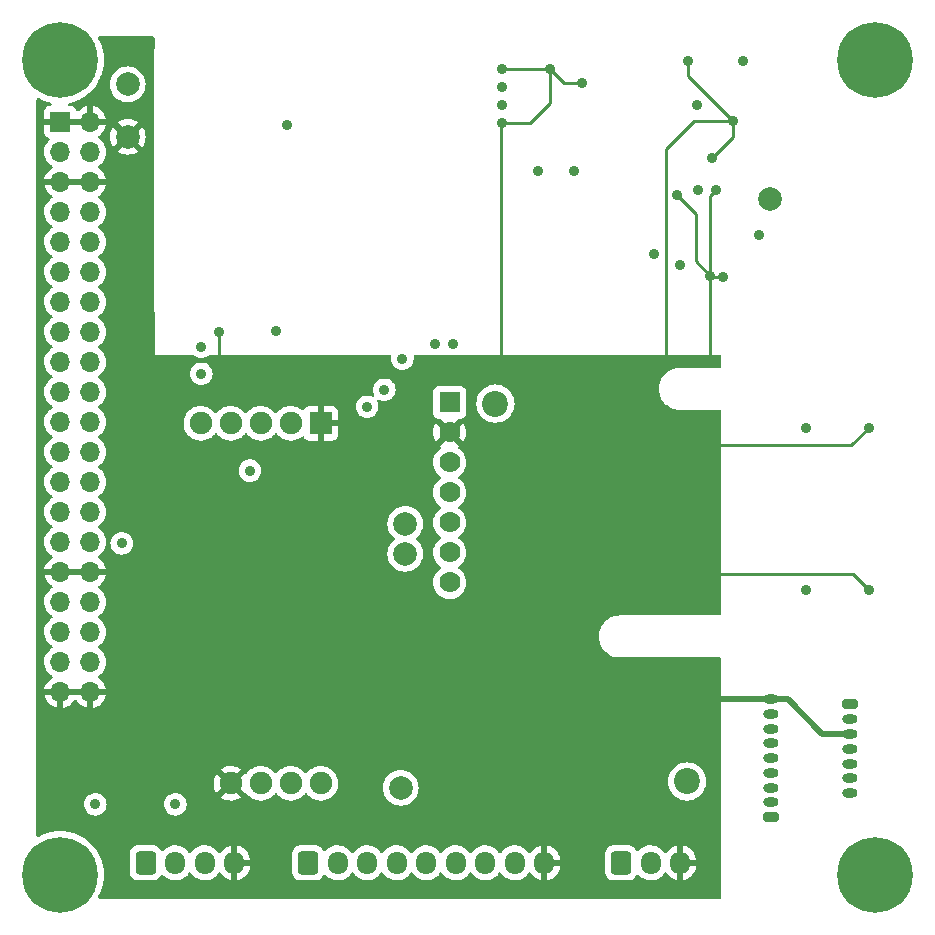
<source format=gbr>
%TF.GenerationSoftware,KiCad,Pcbnew,(6.0.1)*%
%TF.CreationDate,2023-02-05T16:51:08-08:00*%
%TF.ProjectId,Air Quality Sensor - R1,41697220-5175-4616-9c69-74792053656e,rev?*%
%TF.SameCoordinates,Original*%
%TF.FileFunction,Copper,L2,Inr*%
%TF.FilePolarity,Positive*%
%FSLAX46Y46*%
G04 Gerber Fmt 4.6, Leading zero omitted, Abs format (unit mm)*
G04 Created by KiCad (PCBNEW (6.0.1)) date 2023-02-05 16:51:08*
%MOMM*%
%LPD*%
G01*
G04 APERTURE LIST*
G04 Aperture macros list*
%AMRoundRect*
0 Rectangle with rounded corners*
0 $1 Rounding radius*
0 $2 $3 $4 $5 $6 $7 $8 $9 X,Y pos of 4 corners*
0 Add a 4 corners polygon primitive as box body*
4,1,4,$2,$3,$4,$5,$6,$7,$8,$9,$2,$3,0*
0 Add four circle primitives for the rounded corners*
1,1,$1+$1,$2,$3*
1,1,$1+$1,$4,$5*
1,1,$1+$1,$6,$7*
1,1,$1+$1,$8,$9*
0 Add four rect primitives between the rounded corners*
20,1,$1+$1,$2,$3,$4,$5,0*
20,1,$1+$1,$4,$5,$6,$7,0*
20,1,$1+$1,$6,$7,$8,$9,0*
20,1,$1+$1,$8,$9,$2,$3,0*%
G04 Aperture macros list end*
%TA.AperFunction,ComponentPad*%
%ADD10R,1.905000X1.905000*%
%TD*%
%TA.AperFunction,ComponentPad*%
%ADD11C,1.905000*%
%TD*%
%TA.AperFunction,ComponentPad*%
%ADD12RoundRect,0.200000X0.450000X-0.200000X0.450000X0.200000X-0.450000X0.200000X-0.450000X-0.200000X0*%
%TD*%
%TA.AperFunction,ComponentPad*%
%ADD13O,1.300000X0.800000*%
%TD*%
%TA.AperFunction,ComponentPad*%
%ADD14C,2.000000*%
%TD*%
%TA.AperFunction,ComponentPad*%
%ADD15C,0.800000*%
%TD*%
%TA.AperFunction,ComponentPad*%
%ADD16C,6.400000*%
%TD*%
%TA.AperFunction,ComponentPad*%
%ADD17RoundRect,0.250000X-0.600000X-0.725000X0.600000X-0.725000X0.600000X0.725000X-0.600000X0.725000X0*%
%TD*%
%TA.AperFunction,ComponentPad*%
%ADD18O,1.700000X1.950000*%
%TD*%
%TA.AperFunction,ComponentPad*%
%ADD19C,2.200000*%
%TD*%
%TA.AperFunction,ComponentPad*%
%ADD20R,1.778000X1.778000*%
%TD*%
%TA.AperFunction,ComponentPad*%
%ADD21C,1.778000*%
%TD*%
%TA.AperFunction,ComponentPad*%
%ADD22RoundRect,0.200000X-0.450000X0.200000X-0.450000X-0.200000X0.450000X-0.200000X0.450000X0.200000X0*%
%TD*%
%TA.AperFunction,ComponentPad*%
%ADD23R,1.700000X1.700000*%
%TD*%
%TA.AperFunction,ComponentPad*%
%ADD24O,1.700000X1.700000*%
%TD*%
%TA.AperFunction,ViaPad*%
%ADD25C,0.889000*%
%TD*%
%TA.AperFunction,Conductor*%
%ADD26C,0.500000*%
%TD*%
%TA.AperFunction,Conductor*%
%ADD27C,0.254000*%
%TD*%
G04 APERTURE END LIST*
D10*
%TO.N,GND*%
%TO.C,U4*%
X25080000Y41240000D03*
D11*
%TO.N,+3V3*%
X22540000Y41240000D03*
X20000000Y41240000D03*
%TO.N,/SENS/SDA_1*%
X17460000Y41240000D03*
%TO.N,/SENS/SCL_1*%
X14920000Y41240000D03*
%TO.N,GND*%
X17460000Y10760000D03*
%TO.N,Net-(TP5-Pad1)*%
X20000000Y10760000D03*
%TO.N,unconnected-(U4-Pad8)*%
X22540000Y10760000D03*
%TO.N,+3V3*%
X25080000Y10760000D03*
%TD*%
D12*
%TO.N,+5V*%
%TO.C,J6*%
X63154988Y7885900D03*
D13*
%TO.N,+3V3*%
X63154988Y9135900D03*
%TO.N,Net-(J3-Pad26)*%
X63154988Y10385900D03*
%TO.N,Net-(J3-Pad19)*%
X63154988Y11635900D03*
%TO.N,Net-(J3-Pad17)*%
X63154988Y12885900D03*
%TO.N,Net-(J3-Pad15)*%
X63154988Y14135900D03*
%TO.N,Net-(J3-Pad13)*%
X63154988Y15385900D03*
%TO.N,Net-(J3-Pad14)*%
X63154988Y16635900D03*
%TO.N,GND*%
X63154988Y17885900D03*
%TD*%
D14*
%TO.N,Net-(TP4-Pad1)*%
%TO.C,TP4*%
X32224988Y30190900D03*
%TD*%
%TO.N,Net-(TP3-Pad1)*%
%TO.C,TP3*%
X32224988Y32730900D03*
%TD*%
D15*
%TO.N,N/C*%
%TO.C,H2*%
X4697056Y1302944D03*
X1302944Y4697056D03*
X3000000Y600000D03*
D16*
X3000000Y3000000D03*
D15*
X4697056Y4697056D03*
X1302944Y1302944D03*
X600000Y3000000D03*
X3000000Y5400000D03*
X5400000Y3000000D03*
%TD*%
D17*
%TO.N,+5V*%
%TO.C,J4*%
X10250000Y4025000D03*
D18*
%TO.N,Net-(J3-Pad18)*%
X12750000Y4025000D03*
%TO.N,Net-(J4-Pad3)*%
X15250000Y4025000D03*
%TO.N,GND*%
X17750000Y4025000D03*
%TD*%
D14*
%TO.N,GND*%
%TO.C,TP10*%
X8729988Y65496900D03*
%TD*%
D17*
%TO.N,+5V*%
%TO.C,J2*%
X24000000Y4025000D03*
D18*
%TO.N,+3V3*%
X26500000Y4025000D03*
%TO.N,/SENS/SDA_2*%
X29000000Y4025000D03*
%TO.N,/SENS/SCL_2*%
X31500000Y4025000D03*
%TO.N,/SENS/SDA_1*%
X34000000Y4025000D03*
%TO.N,/SENS/SCL_1*%
X36500000Y4025000D03*
%TO.N,Net-(J2-Pad7)*%
X39000000Y4025000D03*
%TO.N,Net-(J1-Pad2)*%
X41500000Y4025000D03*
%TO.N,GND*%
X44000000Y4025000D03*
%TD*%
D19*
%TO.N,N/C*%
%TO.C,U7*%
X39862500Y42912500D03*
X56087500Y10912500D03*
D20*
%TO.N,+3V3*%
X35987500Y43012500D03*
D21*
%TO.N,GND*%
X35987500Y40472500D03*
%TO.N,/SENS/SCL_1*%
X35987500Y37932500D03*
%TO.N,/SENS/SDA_1*%
X35987500Y35392500D03*
%TO.N,Net-(TP3-Pad1)*%
X35987500Y32852500D03*
%TO.N,Net-(TP4-Pad1)*%
X35987500Y30312500D03*
%TO.N,Net-(R5-Pad1)*%
X35987500Y27772500D03*
%TD*%
D14*
%TO.N,Net-(TP5-Pad1)*%
%TO.C,TP5*%
X31843988Y10378900D03*
%TD*%
D22*
%TO.N,unconnected-(J5-Pad1)*%
%TO.C,J5*%
X69874988Y17430900D03*
D13*
%TO.N,unconnected-(J5-Pad2)*%
X69874988Y16180900D03*
%TO.N,GND*%
X69874988Y14930900D03*
%TO.N,+5V*%
X69874988Y13680900D03*
%TO.N,Net-(J5-Pad5)*%
X69874988Y12430900D03*
%TO.N,Net-(J5-Pad6)*%
X69874988Y11180900D03*
%TO.N,unconnected-(J5-Pad7)*%
X69874988Y9930900D03*
%TD*%
D14*
%TO.N,Net-(TP2-Pad1)*%
%TO.C,TP2*%
X8729988Y69941900D03*
%TD*%
D17*
%TO.N,+3V3*%
%TO.C,J1*%
X50500000Y4025000D03*
D18*
%TO.N,Net-(J1-Pad2)*%
X53000000Y4025000D03*
%TO.N,GND*%
X55500000Y4025000D03*
%TD*%
D15*
%TO.N,N/C*%
%TO.C,H3*%
X73697056Y70302944D03*
X72000000Y69600000D03*
X69600000Y72000000D03*
X74400000Y72000000D03*
D16*
X72000000Y72000000D03*
D15*
X70302944Y70302944D03*
X72000000Y74400000D03*
X73697056Y73697056D03*
X70302944Y73697056D03*
%TD*%
D23*
%TO.N,GND*%
%TO.C,J3*%
X3014988Y66766900D03*
D24*
X5554988Y66766900D03*
%TO.N,+3V3*%
X3014988Y64226900D03*
X5554988Y64226900D03*
%TO.N,GND*%
X3014988Y61686900D03*
X5554988Y61686900D03*
%TO.N,unconnected-(J3-Pad7)*%
X3014988Y59146900D03*
%TO.N,unconnected-(J3-Pad8)*%
X5554988Y59146900D03*
%TO.N,unconnected-(J3-Pad9)*%
X3014988Y56606900D03*
%TO.N,unconnected-(J3-Pad10)*%
X5554988Y56606900D03*
%TO.N,/SENS/SCL_2*%
X3014988Y54066900D03*
%TO.N,/SENS/SDA_2*%
X5554988Y54066900D03*
%TO.N,Net-(J3-Pad13)*%
X3014988Y51526900D03*
%TO.N,Net-(J3-Pad14)*%
X5554988Y51526900D03*
%TO.N,Net-(J3-Pad15)*%
X3014988Y48986900D03*
%TO.N,Net-(J3-Pad16)*%
X5554988Y48986900D03*
%TO.N,Net-(J3-Pad17)*%
X3014988Y46446900D03*
%TO.N,Net-(J3-Pad18)*%
X5554988Y46446900D03*
%TO.N,Net-(J3-Pad19)*%
X3014988Y43906900D03*
%TO.N,/SENS/SCL_1*%
X5554988Y43906900D03*
%TO.N,unconnected-(J3-Pad21)*%
X3014988Y41366900D03*
%TO.N,unconnected-(J3-Pad22)*%
X5554988Y41366900D03*
%TO.N,/SENS/SDA_1*%
X3014988Y38826900D03*
%TO.N,Net-(J1-Pad2)*%
X5554988Y38826900D03*
%TO.N,Net-(J3-Pad25)*%
X3014988Y36286900D03*
%TO.N,Net-(J3-Pad26)*%
X5554988Y36286900D03*
%TO.N,Net-(J3-Pad27)*%
X3014988Y33746900D03*
%TO.N,unconnected-(J3-Pad28)*%
X5554988Y33746900D03*
%TO.N,unconnected-(J3-Pad29)*%
X3014988Y31206900D03*
%TO.N,Net-(J2-Pad7)*%
X5554988Y31206900D03*
%TO.N,GND*%
X3014988Y28666900D03*
X5554988Y28666900D03*
%TO.N,+3V3*%
X3014988Y26126900D03*
X5554988Y26126900D03*
%TO.N,+5V*%
X3014988Y23586900D03*
X5554988Y23586900D03*
%TO.N,unconnected-(J3-Pad37)*%
X3014988Y21046900D03*
%TO.N,unconnected-(J3-Pad38)*%
X5554988Y21046900D03*
%TO.N,GND*%
X3014988Y18506900D03*
X5554988Y18506900D03*
%TD*%
D15*
%TO.N,N/C*%
%TO.C,H4*%
X70302944Y4697056D03*
X69600000Y3000000D03*
X73697056Y1302944D03*
X73697056Y4697056D03*
X72000000Y600000D03*
X72000000Y5400000D03*
X74400000Y3000000D03*
X70302944Y1302944D03*
D16*
X72000000Y3000000D03*
%TD*%
%TO.N,N/C*%
%TO.C,H1*%
X3000000Y72000000D03*
D15*
X1302944Y70302944D03*
X4697056Y73697056D03*
X600000Y72000000D03*
X3000000Y74400000D03*
X3000000Y69600000D03*
X4697056Y70302944D03*
X1302944Y73697056D03*
X5400000Y72000000D03*
%TD*%
D14*
%TO.N,Net-(TP1-Pad1)*%
%TO.C,TP1*%
X63130000Y60210000D03*
%TD*%
D25*
%TO.N,+3V3*%
X19080988Y37239900D03*
%TO.N,Net-(J1-Pad2)*%
X8221988Y31079900D03*
%TO.N,GND*%
X3014988Y8548900D03*
%TO.N,+3V3*%
X46500000Y62626000D03*
X40379000Y69686000D03*
X57021000Y60997000D03*
X43452000Y62626000D03*
X21314988Y49011900D03*
X5974988Y8981900D03*
X62177000Y57187000D03*
X40379000Y68201000D03*
X60802500Y71890000D03*
X66120000Y40854635D03*
X56891500Y68200000D03*
X66120000Y27163635D03*
%TO.N,GND*%
X59100000Y53651000D03*
X60002500Y66810000D03*
X55240500Y60549000D03*
X16464988Y48986900D03*
X58050000Y53751000D03*
X36034988Y20831900D03*
X58224500Y63724000D03*
X40379000Y66651000D03*
X44468000Y71248000D03*
X40379000Y71236000D03*
X71480000Y40854635D03*
X56154500Y71915000D03*
X58571000Y60972000D03*
X71480000Y27138635D03*
X47217000Y70010000D03*
%TO.N,Net-(TP2-Pad1)*%
X22191988Y66512900D03*
%TO.N,/SENS/SCL_1*%
X36288988Y47970900D03*
%TO.N,/SENS/SDA_1*%
X34764988Y47970900D03*
%TO.N,/SENS/SCL_2*%
X14952988Y45430900D03*
X53306988Y55590900D03*
X14952988Y47716900D03*
X55510000Y54622000D03*
%TO.N,/SENS/SDA_2*%
X30446988Y44083888D03*
X29000000Y42636900D03*
X31985000Y46714912D03*
%TO.N,Net-(J3-Pad18)*%
X12750000Y8981900D03*
%TD*%
D26*
%TO.N,GND*%
X56368988Y17885900D02*
X56354988Y17871900D01*
X63154988Y17885900D02*
X56368988Y17885900D01*
X64595988Y17885900D02*
X63154988Y17885900D01*
X67550988Y14930900D02*
X64595988Y17885900D01*
X69874988Y14930900D02*
X67550988Y14930900D01*
D27*
X60002500Y66810000D02*
X60002500Y65502000D01*
X71480000Y27138635D02*
X70160100Y28458535D01*
X44468000Y68341912D02*
X44468000Y71248000D01*
X56862988Y54938012D02*
X58050000Y53751000D01*
X42777088Y66651000D02*
X44468000Y68341912D01*
X40352988Y66624988D02*
X40352988Y55336900D01*
X16464988Y48986900D02*
X16464988Y46179900D01*
X58050000Y60451000D02*
X58571000Y60972000D01*
X58150000Y53651000D02*
X58050000Y53751000D01*
X71480000Y40854635D02*
X70005900Y39380535D01*
X56862988Y58926512D02*
X56862988Y54938012D01*
X40379000Y66651000D02*
X42777088Y66651000D01*
X47217000Y70010000D02*
X45706000Y70010000D01*
X60002500Y66810000D02*
X56652088Y66810000D01*
X70160100Y28458535D02*
X58386988Y28458535D01*
X59100000Y53651000D02*
X58150000Y53651000D01*
X58050000Y53751000D02*
X58050000Y60451000D01*
X54576988Y64734900D02*
X54322988Y64480900D01*
X40352988Y55336900D02*
X40352988Y45938900D01*
X54322988Y59908900D02*
X54322988Y46192900D01*
X56154500Y71915000D02*
X56154500Y70658000D01*
X40379000Y71236000D02*
X40391000Y71248000D01*
X58050000Y53751000D02*
X58050000Y46109912D01*
X70005900Y39380535D02*
X58386988Y39380535D01*
X40391000Y71248000D02*
X44468000Y71248000D01*
X56154500Y70658000D02*
X60002500Y66810000D01*
X60002500Y65502000D02*
X58224500Y63724000D01*
X55240500Y60549000D02*
X56862988Y58926512D01*
X56652088Y66810000D02*
X54576988Y64734900D01*
X45706000Y70010000D02*
X44468000Y71248000D01*
X40379000Y66651000D02*
X40352988Y66624988D01*
X54322988Y64480900D02*
X54322988Y59908900D01*
%TD*%
%TA.AperFunction,Conductor*%
%TO.N,GND*%
G36*
X10942121Y73979998D02*
G01*
X10988614Y73926342D01*
X11000000Y73874000D01*
X11000000Y73015357D01*
X10997121Y72988575D01*
X10965602Y72843682D01*
X10965281Y72839194D01*
X10949208Y72614466D01*
X10948286Y72606335D01*
X10948355Y72606165D01*
X10946814Y72596270D01*
X10947520Y72590870D01*
X10947458Y72590000D01*
X10947634Y72590000D01*
X10948834Y72580827D01*
X10950936Y72564750D01*
X10952000Y72548412D01*
X10952000Y51049328D01*
X10950500Y51029944D01*
X10946814Y51006270D01*
X10947634Y51000000D01*
X10947458Y51000000D01*
X10965602Y50746318D01*
X10966558Y50741924D01*
X10997121Y50601426D01*
X11000000Y50574643D01*
X11000000Y47000000D01*
X14278514Y47000000D01*
X14346635Y46979998D01*
X14360175Y46969955D01*
X14406466Y46930558D01*
X14569609Y46839381D01*
X14747355Y46781628D01*
X14932933Y46759499D01*
X14939068Y46759971D01*
X14939070Y46759971D01*
X14995107Y46764283D01*
X15119275Y46773837D01*
X15299284Y46824096D01*
X15304773Y46826869D01*
X15304779Y46826871D01*
X15431624Y46890946D01*
X15466102Y46908362D01*
X15470961Y46912158D01*
X15549205Y46973289D01*
X15615199Y46999467D01*
X15626778Y47000000D01*
X30917037Y47000000D01*
X30985158Y46979998D01*
X31031651Y46926342D01*
X31042252Y46859956D01*
X31027482Y46728282D01*
X31043121Y46542045D01*
X31094636Y46362392D01*
X31116154Y46320523D01*
X31163533Y46228333D01*
X31180064Y46196166D01*
X31183887Y46191342D01*
X31183890Y46191338D01*
X31255579Y46100890D01*
X31296152Y46049700D01*
X31300846Y46045705D01*
X31424523Y45940447D01*
X31438478Y45928570D01*
X31601621Y45837393D01*
X31779367Y45779640D01*
X31964945Y45757511D01*
X31971080Y45757983D01*
X31971082Y45757983D01*
X32027119Y45762295D01*
X32151287Y45771849D01*
X32331296Y45822108D01*
X32336785Y45824881D01*
X32336791Y45824883D01*
X32414159Y45863965D01*
X32498114Y45906374D01*
X32522336Y45925298D01*
X32582007Y45971919D01*
X32645387Y46021437D01*
X32649413Y46026101D01*
X32649416Y46026104D01*
X32763480Y46158249D01*
X32767507Y46162914D01*
X32823996Y46262353D01*
X32856778Y46320060D01*
X32856779Y46320061D01*
X32859821Y46325417D01*
X32874091Y46368312D01*
X32909597Y46475049D01*
X32918814Y46502755D01*
X32940518Y46674558D01*
X32941796Y46684671D01*
X32941797Y46684680D01*
X32942238Y46688174D01*
X32942611Y46714912D01*
X32942269Y46718401D01*
X32928218Y46861705D01*
X32941478Y46931452D01*
X32990340Y46982959D01*
X33053617Y47000000D01*
X58874000Y47000000D01*
X58942121Y46979998D01*
X58988614Y46926342D01*
X59000000Y46874000D01*
X59000000Y46064900D01*
X58979998Y45996779D01*
X58926342Y45950286D01*
X58874000Y45938900D01*
X55538002Y45938900D01*
X55517098Y45940646D01*
X55504520Y45942762D01*
X55497334Y45943971D01*
X55491214Y45944046D01*
X55489662Y45944065D01*
X55489657Y45944065D01*
X55484795Y45944124D01*
X55479694Y45943394D01*
X55470833Y45942444D01*
X55236432Y45925678D01*
X55231113Y45925298D01*
X55144120Y45906374D01*
X54986984Y45872192D01*
X54986981Y45872191D01*
X54982595Y45871237D01*
X54978393Y45869670D01*
X54978387Y45869668D01*
X54780387Y45795817D01*
X54744300Y45782357D01*
X54740355Y45780203D01*
X54740353Y45780202D01*
X54559192Y45681281D01*
X54521080Y45660470D01*
X54317478Y45508055D01*
X54137640Y45328217D01*
X53985225Y45124615D01*
X53983066Y45120661D01*
X53866577Y44907326D01*
X53863338Y44901395D01*
X53861767Y44897183D01*
X53776027Y44667308D01*
X53776025Y44667302D01*
X53774458Y44663100D01*
X53773504Y44658714D01*
X53773503Y44658711D01*
X53749052Y44546310D01*
X53720397Y44414582D01*
X53720076Y44410094D01*
X53719032Y44395494D01*
X53702253Y44160900D01*
X53702574Y44156412D01*
X53719095Y43925429D01*
X53720397Y43907218D01*
X53721353Y43902824D01*
X53766694Y43694393D01*
X53774458Y43658700D01*
X53776025Y43654498D01*
X53776027Y43654492D01*
X53825473Y43521924D01*
X53863338Y43420405D01*
X53865492Y43416460D01*
X53865493Y43416458D01*
X53920147Y43316366D01*
X53985225Y43197185D01*
X54137640Y42993583D01*
X54317478Y42813745D01*
X54321081Y42811048D01*
X54321082Y42811047D01*
X54352326Y42787658D01*
X54521080Y42661330D01*
X54541335Y42650270D01*
X54728219Y42548224D01*
X54744300Y42539443D01*
X54748512Y42537872D01*
X54978387Y42452132D01*
X54978393Y42452130D01*
X54982595Y42450563D01*
X54986981Y42449609D01*
X54986984Y42449608D01*
X55074576Y42430554D01*
X55231113Y42396502D01*
X55235601Y42396181D01*
X55451524Y42380737D01*
X55463432Y42379313D01*
X55467456Y42378636D01*
X55467462Y42378635D01*
X55472256Y42377829D01*
X55478611Y42377751D01*
X55479936Y42377735D01*
X55479940Y42377735D01*
X55484795Y42377676D01*
X55512383Y42381627D01*
X55530246Y42382900D01*
X58874000Y42382900D01*
X58942121Y42362898D01*
X58988614Y42309242D01*
X59000000Y42256900D01*
X59000000Y25102598D01*
X58979998Y25034477D01*
X58926342Y24987984D01*
X58874000Y24976598D01*
X50463207Y24976598D01*
X50442303Y24978344D01*
X50429725Y24980460D01*
X50422539Y24981669D01*
X50416419Y24981744D01*
X50414867Y24981763D01*
X50414862Y24981763D01*
X50410000Y24981822D01*
X50404899Y24981092D01*
X50396038Y24980142D01*
X50161637Y24963376D01*
X50156318Y24962996D01*
X50124176Y24956004D01*
X49912189Y24909890D01*
X49912186Y24909889D01*
X49907800Y24908935D01*
X49903598Y24907368D01*
X49903592Y24907366D01*
X49732478Y24843543D01*
X49669505Y24820055D01*
X49665560Y24817901D01*
X49665558Y24817900D01*
X49517928Y24737288D01*
X49446285Y24698168D01*
X49242683Y24545753D01*
X49062845Y24365915D01*
X48910430Y24162313D01*
X48908271Y24158359D01*
X48800286Y23960598D01*
X48788543Y23939093D01*
X48786972Y23934881D01*
X48701232Y23705006D01*
X48701230Y23705000D01*
X48699663Y23700798D01*
X48645602Y23452280D01*
X48645281Y23447792D01*
X48642031Y23402353D01*
X48627458Y23198598D01*
X48627779Y23194110D01*
X48644300Y22963127D01*
X48645602Y22944916D01*
X48657665Y22889462D01*
X48681083Y22781812D01*
X48699663Y22696398D01*
X48701230Y22692196D01*
X48701232Y22692190D01*
X48755861Y22545727D01*
X48788543Y22458103D01*
X48790697Y22454158D01*
X48790698Y22454156D01*
X48805295Y22427424D01*
X48910430Y22234883D01*
X48913131Y22231275D01*
X49056296Y22040030D01*
X49062845Y22031281D01*
X49242683Y21851443D01*
X49446285Y21699028D01*
X49669505Y21577141D01*
X49673717Y21575570D01*
X49903592Y21489830D01*
X49903598Y21489828D01*
X49907800Y21488261D01*
X49912186Y21487307D01*
X49912189Y21487306D01*
X50058137Y21455558D01*
X50156318Y21434200D01*
X50160806Y21433879D01*
X50376729Y21418435D01*
X50388637Y21417011D01*
X50392661Y21416334D01*
X50392667Y21416333D01*
X50397461Y21415527D01*
X50403816Y21415449D01*
X50405141Y21415433D01*
X50405145Y21415433D01*
X50410000Y21415374D01*
X50437588Y21419325D01*
X50455451Y21420598D01*
X58874000Y21420598D01*
X58942121Y21400596D01*
X58988614Y21346940D01*
X59000000Y21294598D01*
X59000000Y1126000D01*
X58979998Y1057879D01*
X58926342Y1011386D01*
X58874000Y1000000D01*
X6348709Y1000000D01*
X6280588Y1020002D01*
X6234095Y1073658D01*
X6223991Y1143932D01*
X6236442Y1183203D01*
X6391034Y1486607D01*
X6392532Y1489547D01*
X6531833Y1852438D01*
X6632438Y2227901D01*
X6664732Y2431793D01*
X6692732Y2608576D01*
X6692733Y2608584D01*
X6693246Y2611824D01*
X6713589Y3000000D01*
X6700508Y3249600D01*
X8891500Y3249600D01*
X8891837Y3246354D01*
X8891837Y3246350D01*
X8900875Y3159248D01*
X8902474Y3143834D01*
X8904655Y3137298D01*
X8904655Y3137296D01*
X8936405Y3042130D01*
X8958450Y2976054D01*
X9051522Y2825652D01*
X9176697Y2700695D01*
X9182927Y2696855D01*
X9182928Y2696854D01*
X9320872Y2611824D01*
X9327262Y2607885D01*
X9362938Y2596052D01*
X9488611Y2554368D01*
X9488613Y2554368D01*
X9495139Y2552203D01*
X9501975Y2551503D01*
X9501978Y2551502D01*
X9537663Y2547846D01*
X9599600Y2541500D01*
X10900400Y2541500D01*
X10903646Y2541837D01*
X10903650Y2541837D01*
X10999308Y2551762D01*
X10999312Y2551763D01*
X11006166Y2552474D01*
X11012702Y2554655D01*
X11012704Y2554655D01*
X11144806Y2598728D01*
X11173946Y2608450D01*
X11324348Y2701522D01*
X11449305Y2826697D01*
X11539081Y2972340D01*
X11591852Y3019832D01*
X11661924Y3031256D01*
X11727048Y3002982D01*
X11737510Y2993195D01*
X11779215Y2949477D01*
X11846576Y2878865D01*
X12031542Y2741246D01*
X12036293Y2738830D01*
X12036297Y2738828D01*
X12099481Y2706704D01*
X12237051Y2636760D01*
X12242145Y2635178D01*
X12242148Y2635177D01*
X12407583Y2583808D01*
X12457227Y2568393D01*
X12462516Y2567692D01*
X12680489Y2538802D01*
X12680494Y2538802D01*
X12685774Y2538102D01*
X12691103Y2538302D01*
X12691105Y2538302D01*
X12800966Y2542426D01*
X12916158Y2546751D01*
X12938802Y2551502D01*
X13136572Y2592998D01*
X13141791Y2594093D01*
X13146750Y2596051D01*
X13146752Y2596052D01*
X13351256Y2676815D01*
X13351258Y2676816D01*
X13356221Y2678776D01*
X13361525Y2681994D01*
X13548757Y2795610D01*
X13548756Y2795610D01*
X13553317Y2798377D01*
X13593134Y2832928D01*
X13723412Y2945977D01*
X13723414Y2945979D01*
X13727445Y2949477D01*
X13794500Y3031256D01*
X13870240Y3123627D01*
X13870244Y3123633D01*
X13873624Y3127755D01*
X13891552Y3159250D01*
X13942632Y3208555D01*
X14012262Y3222417D01*
X14078333Y3196434D01*
X14105573Y3167284D01*
X14187441Y3045681D01*
X14191120Y3041824D01*
X14191122Y3041822D01*
X14228174Y3002982D01*
X14346576Y2878865D01*
X14531542Y2741246D01*
X14536293Y2738830D01*
X14536297Y2738828D01*
X14599481Y2706704D01*
X14737051Y2636760D01*
X14742145Y2635178D01*
X14742148Y2635177D01*
X14907583Y2583808D01*
X14957227Y2568393D01*
X14962516Y2567692D01*
X15180489Y2538802D01*
X15180494Y2538802D01*
X15185774Y2538102D01*
X15191103Y2538302D01*
X15191105Y2538302D01*
X15300966Y2542426D01*
X15416158Y2546751D01*
X15438802Y2551502D01*
X15636572Y2592998D01*
X15641791Y2594093D01*
X15646750Y2596051D01*
X15646752Y2596052D01*
X15851256Y2676815D01*
X15851258Y2676816D01*
X15856221Y2678776D01*
X15861525Y2681994D01*
X16048757Y2795610D01*
X16048756Y2795610D01*
X16053317Y2798377D01*
X16093134Y2832928D01*
X16223412Y2945977D01*
X16223414Y2945979D01*
X16227445Y2949477D01*
X16294500Y3031256D01*
X16370240Y3123627D01*
X16370244Y3123633D01*
X16373624Y3127755D01*
X16386681Y3150692D01*
X16391829Y3159735D01*
X16442912Y3209041D01*
X16512542Y3222902D01*
X16578613Y3196918D01*
X16605851Y3167768D01*
X16684852Y3050422D01*
X16691519Y3042130D01*
X16843228Y2883100D01*
X16851186Y2876059D01*
X17027525Y2744859D01*
X17036562Y2739255D01*
X17232484Y2639643D01*
X17242335Y2635643D01*
X17452240Y2570466D01*
X17462624Y2568183D01*
X17478043Y2566139D01*
X17492207Y2568335D01*
X17496000Y2581522D01*
X17496000Y2583808D01*
X18004000Y2583808D01*
X18007973Y2570277D01*
X18018580Y2568752D01*
X18136421Y2593477D01*
X18146617Y2596537D01*
X18351029Y2677263D01*
X18360561Y2681994D01*
X18548462Y2796016D01*
X18557052Y2802280D01*
X18723052Y2946327D01*
X18730472Y2953958D01*
X18869826Y3123911D01*
X18875850Y3132678D01*
X18942406Y3249600D01*
X22641500Y3249600D01*
X22641837Y3246354D01*
X22641837Y3246350D01*
X22650875Y3159248D01*
X22652474Y3143834D01*
X22654655Y3137298D01*
X22654655Y3137296D01*
X22686405Y3042130D01*
X22708450Y2976054D01*
X22801522Y2825652D01*
X22926697Y2700695D01*
X22932927Y2696855D01*
X22932928Y2696854D01*
X23070872Y2611824D01*
X23077262Y2607885D01*
X23112938Y2596052D01*
X23238611Y2554368D01*
X23238613Y2554368D01*
X23245139Y2552203D01*
X23251975Y2551503D01*
X23251978Y2551502D01*
X23287663Y2547846D01*
X23349600Y2541500D01*
X24650400Y2541500D01*
X24653646Y2541837D01*
X24653650Y2541837D01*
X24749308Y2551762D01*
X24749312Y2551763D01*
X24756166Y2552474D01*
X24762702Y2554655D01*
X24762704Y2554655D01*
X24894806Y2598728D01*
X24923946Y2608450D01*
X25074348Y2701522D01*
X25199305Y2826697D01*
X25289081Y2972340D01*
X25341852Y3019832D01*
X25411924Y3031256D01*
X25477048Y3002982D01*
X25487510Y2993195D01*
X25529215Y2949477D01*
X25596576Y2878865D01*
X25781542Y2741246D01*
X25786293Y2738830D01*
X25786297Y2738828D01*
X25849481Y2706704D01*
X25987051Y2636760D01*
X25992145Y2635178D01*
X25992148Y2635177D01*
X26157583Y2583808D01*
X26207227Y2568393D01*
X26212516Y2567692D01*
X26430489Y2538802D01*
X26430494Y2538802D01*
X26435774Y2538102D01*
X26441103Y2538302D01*
X26441105Y2538302D01*
X26550966Y2542426D01*
X26666158Y2546751D01*
X26688802Y2551502D01*
X26886572Y2592998D01*
X26891791Y2594093D01*
X26896750Y2596051D01*
X26896752Y2596052D01*
X27101256Y2676815D01*
X27101258Y2676816D01*
X27106221Y2678776D01*
X27111525Y2681994D01*
X27298757Y2795610D01*
X27298756Y2795610D01*
X27303317Y2798377D01*
X27343134Y2832928D01*
X27473412Y2945977D01*
X27473414Y2945979D01*
X27477445Y2949477D01*
X27544500Y3031256D01*
X27620240Y3123627D01*
X27620244Y3123633D01*
X27623624Y3127755D01*
X27641552Y3159250D01*
X27692632Y3208555D01*
X27762262Y3222417D01*
X27828333Y3196434D01*
X27855573Y3167284D01*
X27937441Y3045681D01*
X27941120Y3041824D01*
X27941122Y3041822D01*
X27978174Y3002982D01*
X28096576Y2878865D01*
X28281542Y2741246D01*
X28286293Y2738830D01*
X28286297Y2738828D01*
X28349481Y2706704D01*
X28487051Y2636760D01*
X28492145Y2635178D01*
X28492148Y2635177D01*
X28657583Y2583808D01*
X28707227Y2568393D01*
X28712516Y2567692D01*
X28930489Y2538802D01*
X28930494Y2538802D01*
X28935774Y2538102D01*
X28941103Y2538302D01*
X28941105Y2538302D01*
X29050966Y2542426D01*
X29166158Y2546751D01*
X29188802Y2551502D01*
X29386572Y2592998D01*
X29391791Y2594093D01*
X29396750Y2596051D01*
X29396752Y2596052D01*
X29601256Y2676815D01*
X29601258Y2676816D01*
X29606221Y2678776D01*
X29611525Y2681994D01*
X29798757Y2795610D01*
X29798756Y2795610D01*
X29803317Y2798377D01*
X29843134Y2832928D01*
X29973412Y2945977D01*
X29973414Y2945979D01*
X29977445Y2949477D01*
X30044500Y3031256D01*
X30120240Y3123627D01*
X30120244Y3123633D01*
X30123624Y3127755D01*
X30141552Y3159250D01*
X30192632Y3208555D01*
X30262262Y3222417D01*
X30328333Y3196434D01*
X30355573Y3167284D01*
X30437441Y3045681D01*
X30441120Y3041824D01*
X30441122Y3041822D01*
X30478174Y3002982D01*
X30596576Y2878865D01*
X30781542Y2741246D01*
X30786293Y2738830D01*
X30786297Y2738828D01*
X30849481Y2706704D01*
X30987051Y2636760D01*
X30992145Y2635178D01*
X30992148Y2635177D01*
X31157583Y2583808D01*
X31207227Y2568393D01*
X31212516Y2567692D01*
X31430489Y2538802D01*
X31430494Y2538802D01*
X31435774Y2538102D01*
X31441103Y2538302D01*
X31441105Y2538302D01*
X31550966Y2542426D01*
X31666158Y2546751D01*
X31688802Y2551502D01*
X31886572Y2592998D01*
X31891791Y2594093D01*
X31896750Y2596051D01*
X31896752Y2596052D01*
X32101256Y2676815D01*
X32101258Y2676816D01*
X32106221Y2678776D01*
X32111525Y2681994D01*
X32298757Y2795610D01*
X32298756Y2795610D01*
X32303317Y2798377D01*
X32343134Y2832928D01*
X32473412Y2945977D01*
X32473414Y2945979D01*
X32477445Y2949477D01*
X32544500Y3031256D01*
X32620240Y3123627D01*
X32620244Y3123633D01*
X32623624Y3127755D01*
X32641552Y3159250D01*
X32692632Y3208555D01*
X32762262Y3222417D01*
X32828333Y3196434D01*
X32855573Y3167284D01*
X32937441Y3045681D01*
X32941120Y3041824D01*
X32941122Y3041822D01*
X32978174Y3002982D01*
X33096576Y2878865D01*
X33281542Y2741246D01*
X33286293Y2738830D01*
X33286297Y2738828D01*
X33349481Y2706704D01*
X33487051Y2636760D01*
X33492145Y2635178D01*
X33492148Y2635177D01*
X33657583Y2583808D01*
X33707227Y2568393D01*
X33712516Y2567692D01*
X33930489Y2538802D01*
X33930494Y2538802D01*
X33935774Y2538102D01*
X33941103Y2538302D01*
X33941105Y2538302D01*
X34050966Y2542426D01*
X34166158Y2546751D01*
X34188802Y2551502D01*
X34386572Y2592998D01*
X34391791Y2594093D01*
X34396750Y2596051D01*
X34396752Y2596052D01*
X34601256Y2676815D01*
X34601258Y2676816D01*
X34606221Y2678776D01*
X34611525Y2681994D01*
X34798757Y2795610D01*
X34798756Y2795610D01*
X34803317Y2798377D01*
X34843134Y2832928D01*
X34973412Y2945977D01*
X34973414Y2945979D01*
X34977445Y2949477D01*
X35044500Y3031256D01*
X35120240Y3123627D01*
X35120244Y3123633D01*
X35123624Y3127755D01*
X35141552Y3159250D01*
X35192632Y3208555D01*
X35262262Y3222417D01*
X35328333Y3196434D01*
X35355573Y3167284D01*
X35437441Y3045681D01*
X35441120Y3041824D01*
X35441122Y3041822D01*
X35478174Y3002982D01*
X35596576Y2878865D01*
X35781542Y2741246D01*
X35786293Y2738830D01*
X35786297Y2738828D01*
X35849481Y2706704D01*
X35987051Y2636760D01*
X35992145Y2635178D01*
X35992148Y2635177D01*
X36157583Y2583808D01*
X36207227Y2568393D01*
X36212516Y2567692D01*
X36430489Y2538802D01*
X36430494Y2538802D01*
X36435774Y2538102D01*
X36441103Y2538302D01*
X36441105Y2538302D01*
X36550966Y2542426D01*
X36666158Y2546751D01*
X36688802Y2551502D01*
X36886572Y2592998D01*
X36891791Y2594093D01*
X36896750Y2596051D01*
X36896752Y2596052D01*
X37101256Y2676815D01*
X37101258Y2676816D01*
X37106221Y2678776D01*
X37111525Y2681994D01*
X37298757Y2795610D01*
X37298756Y2795610D01*
X37303317Y2798377D01*
X37343134Y2832928D01*
X37473412Y2945977D01*
X37473414Y2945979D01*
X37477445Y2949477D01*
X37544500Y3031256D01*
X37620240Y3123627D01*
X37620244Y3123633D01*
X37623624Y3127755D01*
X37641552Y3159250D01*
X37692632Y3208555D01*
X37762262Y3222417D01*
X37828333Y3196434D01*
X37855573Y3167284D01*
X37937441Y3045681D01*
X37941120Y3041824D01*
X37941122Y3041822D01*
X37978174Y3002982D01*
X38096576Y2878865D01*
X38281542Y2741246D01*
X38286293Y2738830D01*
X38286297Y2738828D01*
X38349481Y2706704D01*
X38487051Y2636760D01*
X38492145Y2635178D01*
X38492148Y2635177D01*
X38657583Y2583808D01*
X38707227Y2568393D01*
X38712516Y2567692D01*
X38930489Y2538802D01*
X38930494Y2538802D01*
X38935774Y2538102D01*
X38941103Y2538302D01*
X38941105Y2538302D01*
X39050966Y2542426D01*
X39166158Y2546751D01*
X39188802Y2551502D01*
X39386572Y2592998D01*
X39391791Y2594093D01*
X39396750Y2596051D01*
X39396752Y2596052D01*
X39601256Y2676815D01*
X39601258Y2676816D01*
X39606221Y2678776D01*
X39611525Y2681994D01*
X39798757Y2795610D01*
X39798756Y2795610D01*
X39803317Y2798377D01*
X39843134Y2832928D01*
X39973412Y2945977D01*
X39973414Y2945979D01*
X39977445Y2949477D01*
X40044500Y3031256D01*
X40120240Y3123627D01*
X40120244Y3123633D01*
X40123624Y3127755D01*
X40141552Y3159250D01*
X40192632Y3208555D01*
X40262262Y3222417D01*
X40328333Y3196434D01*
X40355573Y3167284D01*
X40437441Y3045681D01*
X40441120Y3041824D01*
X40441122Y3041822D01*
X40478174Y3002982D01*
X40596576Y2878865D01*
X40781542Y2741246D01*
X40786293Y2738830D01*
X40786297Y2738828D01*
X40849481Y2706704D01*
X40987051Y2636760D01*
X40992145Y2635178D01*
X40992148Y2635177D01*
X41157583Y2583808D01*
X41207227Y2568393D01*
X41212516Y2567692D01*
X41430489Y2538802D01*
X41430494Y2538802D01*
X41435774Y2538102D01*
X41441103Y2538302D01*
X41441105Y2538302D01*
X41550966Y2542426D01*
X41666158Y2546751D01*
X41688802Y2551502D01*
X41886572Y2592998D01*
X41891791Y2594093D01*
X41896750Y2596051D01*
X41896752Y2596052D01*
X42101256Y2676815D01*
X42101258Y2676816D01*
X42106221Y2678776D01*
X42111525Y2681994D01*
X42298757Y2795610D01*
X42298756Y2795610D01*
X42303317Y2798377D01*
X42343134Y2832928D01*
X42473412Y2945977D01*
X42473414Y2945979D01*
X42477445Y2949477D01*
X42544500Y3031256D01*
X42620240Y3123627D01*
X42620244Y3123633D01*
X42623624Y3127755D01*
X42636681Y3150692D01*
X42641829Y3159735D01*
X42692912Y3209041D01*
X42762542Y3222902D01*
X42828613Y3196918D01*
X42855851Y3167768D01*
X42934852Y3050422D01*
X42941519Y3042130D01*
X43093228Y2883100D01*
X43101186Y2876059D01*
X43277525Y2744859D01*
X43286562Y2739255D01*
X43482484Y2639643D01*
X43492335Y2635643D01*
X43702240Y2570466D01*
X43712624Y2568183D01*
X43728043Y2566139D01*
X43742207Y2568335D01*
X43746000Y2581522D01*
X43746000Y2583808D01*
X44254000Y2583808D01*
X44257973Y2570277D01*
X44268580Y2568752D01*
X44386421Y2593477D01*
X44396617Y2596537D01*
X44601029Y2677263D01*
X44610561Y2681994D01*
X44798462Y2796016D01*
X44807052Y2802280D01*
X44973052Y2946327D01*
X44980472Y2953958D01*
X45119826Y3123911D01*
X45125850Y3132678D01*
X45192406Y3249600D01*
X49141500Y3249600D01*
X49141837Y3246354D01*
X49141837Y3246350D01*
X49150875Y3159248D01*
X49152474Y3143834D01*
X49154655Y3137298D01*
X49154655Y3137296D01*
X49186405Y3042130D01*
X49208450Y2976054D01*
X49301522Y2825652D01*
X49426697Y2700695D01*
X49432927Y2696855D01*
X49432928Y2696854D01*
X49570872Y2611824D01*
X49577262Y2607885D01*
X49612938Y2596052D01*
X49738611Y2554368D01*
X49738613Y2554368D01*
X49745139Y2552203D01*
X49751975Y2551503D01*
X49751978Y2551502D01*
X49787663Y2547846D01*
X49849600Y2541500D01*
X51150400Y2541500D01*
X51153646Y2541837D01*
X51153650Y2541837D01*
X51249308Y2551762D01*
X51249312Y2551763D01*
X51256166Y2552474D01*
X51262702Y2554655D01*
X51262704Y2554655D01*
X51394806Y2598728D01*
X51423946Y2608450D01*
X51574348Y2701522D01*
X51699305Y2826697D01*
X51789081Y2972340D01*
X51841852Y3019832D01*
X51911924Y3031256D01*
X51977048Y3002982D01*
X51987510Y2993195D01*
X52029215Y2949477D01*
X52096576Y2878865D01*
X52281542Y2741246D01*
X52286293Y2738830D01*
X52286297Y2738828D01*
X52349481Y2706704D01*
X52487051Y2636760D01*
X52492145Y2635178D01*
X52492148Y2635177D01*
X52657583Y2583808D01*
X52707227Y2568393D01*
X52712516Y2567692D01*
X52930489Y2538802D01*
X52930494Y2538802D01*
X52935774Y2538102D01*
X52941103Y2538302D01*
X52941105Y2538302D01*
X53050966Y2542426D01*
X53166158Y2546751D01*
X53188802Y2551502D01*
X53386572Y2592998D01*
X53391791Y2594093D01*
X53396750Y2596051D01*
X53396752Y2596052D01*
X53601256Y2676815D01*
X53601258Y2676816D01*
X53606221Y2678776D01*
X53611525Y2681994D01*
X53798757Y2795610D01*
X53798756Y2795610D01*
X53803317Y2798377D01*
X53843134Y2832928D01*
X53973412Y2945977D01*
X53973414Y2945979D01*
X53977445Y2949477D01*
X54044500Y3031256D01*
X54120240Y3123627D01*
X54120244Y3123633D01*
X54123624Y3127755D01*
X54136681Y3150692D01*
X54141829Y3159735D01*
X54192912Y3209041D01*
X54262542Y3222902D01*
X54328613Y3196918D01*
X54355851Y3167768D01*
X54434852Y3050422D01*
X54441519Y3042130D01*
X54593228Y2883100D01*
X54601186Y2876059D01*
X54777525Y2744859D01*
X54786562Y2739255D01*
X54982484Y2639643D01*
X54992335Y2635643D01*
X55202240Y2570466D01*
X55212624Y2568183D01*
X55228043Y2566139D01*
X55242207Y2568335D01*
X55246000Y2581522D01*
X55246000Y2583808D01*
X55754000Y2583808D01*
X55757973Y2570277D01*
X55768580Y2568752D01*
X55886421Y2593477D01*
X55896617Y2596537D01*
X56101029Y2677263D01*
X56110561Y2681994D01*
X56298462Y2796016D01*
X56307052Y2802280D01*
X56473052Y2946327D01*
X56480472Y2953958D01*
X56619826Y3123911D01*
X56625850Y3132678D01*
X56734576Y3323682D01*
X56739041Y3333346D01*
X56814031Y3539941D01*
X56816802Y3550208D01*
X56853504Y3753174D01*
X56852085Y3766414D01*
X56837450Y3771000D01*
X55772115Y3771000D01*
X55756876Y3766525D01*
X55755671Y3765135D01*
X55754000Y3757452D01*
X55754000Y2583808D01*
X55246000Y2583808D01*
X55246000Y4297115D01*
X55754000Y4297115D01*
X55758475Y4281876D01*
X55759865Y4280671D01*
X55767548Y4279000D01*
X56833849Y4279000D01*
X56848527Y4283310D01*
X56850590Y4295193D01*
X56843876Y4374325D01*
X56842086Y4384797D01*
X56786870Y4597535D01*
X56783335Y4607575D01*
X56693063Y4807970D01*
X56687894Y4817256D01*
X56565150Y4999575D01*
X56558481Y5007870D01*
X56406772Y5166900D01*
X56398814Y5173941D01*
X56222475Y5305141D01*
X56213438Y5310745D01*
X56017516Y5410357D01*
X56007665Y5414357D01*
X55797760Y5479534D01*
X55787376Y5481817D01*
X55771957Y5483861D01*
X55757793Y5481665D01*
X55754000Y5468478D01*
X55754000Y4297115D01*
X55246000Y4297115D01*
X55246000Y5466192D01*
X55242027Y5479723D01*
X55231420Y5481248D01*
X55113579Y5456523D01*
X55103383Y5453463D01*
X54898971Y5372737D01*
X54889439Y5368006D01*
X54701538Y5253984D01*
X54692948Y5247720D01*
X54526948Y5103673D01*
X54519528Y5096042D01*
X54380174Y4926089D01*
X54374152Y4917326D01*
X54358762Y4890289D01*
X54307680Y4840982D01*
X54238049Y4827120D01*
X54171978Y4853103D01*
X54144739Y4882253D01*
X54108869Y4935532D01*
X54062559Y5004319D01*
X54003918Y5065791D01*
X53974725Y5096392D01*
X53903424Y5171135D01*
X53718458Y5308754D01*
X53713707Y5311170D01*
X53713703Y5311172D01*
X53595588Y5371224D01*
X53512949Y5413240D01*
X53507855Y5414822D01*
X53507852Y5414823D01*
X53297871Y5480024D01*
X53292773Y5481607D01*
X53287439Y5482314D01*
X53069511Y5511198D01*
X53069506Y5511198D01*
X53064226Y5511898D01*
X53058897Y5511698D01*
X53058895Y5511698D01*
X52949034Y5507573D01*
X52833842Y5503249D01*
X52828623Y5502154D01*
X52806566Y5497526D01*
X52608209Y5455907D01*
X52603250Y5453949D01*
X52603248Y5453948D01*
X52398744Y5373185D01*
X52398742Y5373184D01*
X52393779Y5371224D01*
X52389220Y5368457D01*
X52389217Y5368456D01*
X52294113Y5310745D01*
X52196683Y5251623D01*
X52192653Y5248126D01*
X52099484Y5167278D01*
X52022555Y5100523D01*
X51993330Y5064880D01*
X51934671Y5024886D01*
X51863701Y5022954D01*
X51802952Y5059698D01*
X51788752Y5078468D01*
X51702332Y5218120D01*
X51698478Y5224348D01*
X51573303Y5349305D01*
X51542965Y5368006D01*
X51428968Y5438275D01*
X51428966Y5438276D01*
X51422738Y5442115D01*
X51309353Y5479723D01*
X51261389Y5495632D01*
X51261387Y5495632D01*
X51254861Y5497797D01*
X51248025Y5498497D01*
X51248022Y5498498D01*
X51204969Y5502909D01*
X51150400Y5508500D01*
X49849600Y5508500D01*
X49846354Y5508163D01*
X49846350Y5508163D01*
X49750692Y5498238D01*
X49750688Y5498237D01*
X49743834Y5497526D01*
X49737298Y5495345D01*
X49737296Y5495345D01*
X49605194Y5451272D01*
X49576054Y5441550D01*
X49425652Y5348478D01*
X49300695Y5223303D01*
X49296855Y5217073D01*
X49296854Y5217072D01*
X49222466Y5096392D01*
X49207885Y5072738D01*
X49186472Y5008178D01*
X49156432Y4917610D01*
X49152203Y4904861D01*
X49151503Y4898025D01*
X49151502Y4898022D01*
X49149338Y4876898D01*
X49141500Y4800400D01*
X49141500Y3249600D01*
X45192406Y3249600D01*
X45234576Y3323682D01*
X45239041Y3333346D01*
X45314031Y3539941D01*
X45316802Y3550208D01*
X45353504Y3753174D01*
X45352085Y3766414D01*
X45337450Y3771000D01*
X44272115Y3771000D01*
X44256876Y3766525D01*
X44255671Y3765135D01*
X44254000Y3757452D01*
X44254000Y2583808D01*
X43746000Y2583808D01*
X43746000Y4297115D01*
X44254000Y4297115D01*
X44258475Y4281876D01*
X44259865Y4280671D01*
X44267548Y4279000D01*
X45333849Y4279000D01*
X45348527Y4283310D01*
X45350590Y4295193D01*
X45343876Y4374325D01*
X45342086Y4384797D01*
X45286870Y4597535D01*
X45283335Y4607575D01*
X45193063Y4807970D01*
X45187894Y4817256D01*
X45065150Y4999575D01*
X45058481Y5007870D01*
X44906772Y5166900D01*
X44898814Y5173941D01*
X44722475Y5305141D01*
X44713438Y5310745D01*
X44517516Y5410357D01*
X44507665Y5414357D01*
X44297760Y5479534D01*
X44287376Y5481817D01*
X44271957Y5483861D01*
X44257793Y5481665D01*
X44254000Y5468478D01*
X44254000Y4297115D01*
X43746000Y4297115D01*
X43746000Y5466192D01*
X43742027Y5479723D01*
X43731420Y5481248D01*
X43613579Y5456523D01*
X43603383Y5453463D01*
X43398971Y5372737D01*
X43389439Y5368006D01*
X43201538Y5253984D01*
X43192948Y5247720D01*
X43026948Y5103673D01*
X43019528Y5096042D01*
X42880174Y4926089D01*
X42874152Y4917326D01*
X42858762Y4890289D01*
X42807680Y4840982D01*
X42738049Y4827120D01*
X42671978Y4853103D01*
X42644739Y4882253D01*
X42608869Y4935532D01*
X42562559Y5004319D01*
X42503918Y5065791D01*
X42474725Y5096392D01*
X42403424Y5171135D01*
X42218458Y5308754D01*
X42213707Y5311170D01*
X42213703Y5311172D01*
X42095588Y5371224D01*
X42012949Y5413240D01*
X42007855Y5414822D01*
X42007852Y5414823D01*
X41797871Y5480024D01*
X41792773Y5481607D01*
X41787439Y5482314D01*
X41569511Y5511198D01*
X41569506Y5511198D01*
X41564226Y5511898D01*
X41558897Y5511698D01*
X41558895Y5511698D01*
X41449034Y5507573D01*
X41333842Y5503249D01*
X41328623Y5502154D01*
X41306566Y5497526D01*
X41108209Y5455907D01*
X41103250Y5453949D01*
X41103248Y5453948D01*
X40898744Y5373185D01*
X40898742Y5373184D01*
X40893779Y5371224D01*
X40889220Y5368457D01*
X40889217Y5368456D01*
X40794113Y5310745D01*
X40696683Y5251623D01*
X40692653Y5248126D01*
X40599484Y5167278D01*
X40522555Y5100523D01*
X40519168Y5096392D01*
X40379760Y4926373D01*
X40379756Y4926367D01*
X40376376Y4922245D01*
X40358448Y4890750D01*
X40307368Y4841445D01*
X40237738Y4827583D01*
X40171667Y4853566D01*
X40144427Y4882716D01*
X40117814Y4922245D01*
X40062559Y5004319D01*
X40003918Y5065791D01*
X39974725Y5096392D01*
X39903424Y5171135D01*
X39718458Y5308754D01*
X39713707Y5311170D01*
X39713703Y5311172D01*
X39595588Y5371224D01*
X39512949Y5413240D01*
X39507855Y5414822D01*
X39507852Y5414823D01*
X39297871Y5480024D01*
X39292773Y5481607D01*
X39287439Y5482314D01*
X39069511Y5511198D01*
X39069506Y5511198D01*
X39064226Y5511898D01*
X39058897Y5511698D01*
X39058895Y5511698D01*
X38949034Y5507573D01*
X38833842Y5503249D01*
X38828623Y5502154D01*
X38806566Y5497526D01*
X38608209Y5455907D01*
X38603250Y5453949D01*
X38603248Y5453948D01*
X38398744Y5373185D01*
X38398742Y5373184D01*
X38393779Y5371224D01*
X38389220Y5368457D01*
X38389217Y5368456D01*
X38294113Y5310745D01*
X38196683Y5251623D01*
X38192653Y5248126D01*
X38099484Y5167278D01*
X38022555Y5100523D01*
X38019168Y5096392D01*
X37879760Y4926373D01*
X37879756Y4926367D01*
X37876376Y4922245D01*
X37858448Y4890750D01*
X37807368Y4841445D01*
X37737738Y4827583D01*
X37671667Y4853566D01*
X37644427Y4882716D01*
X37617814Y4922245D01*
X37562559Y5004319D01*
X37503918Y5065791D01*
X37474725Y5096392D01*
X37403424Y5171135D01*
X37218458Y5308754D01*
X37213707Y5311170D01*
X37213703Y5311172D01*
X37095588Y5371224D01*
X37012949Y5413240D01*
X37007855Y5414822D01*
X37007852Y5414823D01*
X36797871Y5480024D01*
X36792773Y5481607D01*
X36787439Y5482314D01*
X36569511Y5511198D01*
X36569506Y5511198D01*
X36564226Y5511898D01*
X36558897Y5511698D01*
X36558895Y5511698D01*
X36449034Y5507573D01*
X36333842Y5503249D01*
X36328623Y5502154D01*
X36306566Y5497526D01*
X36108209Y5455907D01*
X36103250Y5453949D01*
X36103248Y5453948D01*
X35898744Y5373185D01*
X35898742Y5373184D01*
X35893779Y5371224D01*
X35889220Y5368457D01*
X35889217Y5368456D01*
X35794113Y5310745D01*
X35696683Y5251623D01*
X35692653Y5248126D01*
X35599484Y5167278D01*
X35522555Y5100523D01*
X35519168Y5096392D01*
X35379760Y4926373D01*
X35379756Y4926367D01*
X35376376Y4922245D01*
X35358448Y4890750D01*
X35307368Y4841445D01*
X35237738Y4827583D01*
X35171667Y4853566D01*
X35144427Y4882716D01*
X35117814Y4922245D01*
X35062559Y5004319D01*
X35003918Y5065791D01*
X34974725Y5096392D01*
X34903424Y5171135D01*
X34718458Y5308754D01*
X34713707Y5311170D01*
X34713703Y5311172D01*
X34595588Y5371224D01*
X34512949Y5413240D01*
X34507855Y5414822D01*
X34507852Y5414823D01*
X34297871Y5480024D01*
X34292773Y5481607D01*
X34287439Y5482314D01*
X34069511Y5511198D01*
X34069506Y5511198D01*
X34064226Y5511898D01*
X34058897Y5511698D01*
X34058895Y5511698D01*
X33949034Y5507573D01*
X33833842Y5503249D01*
X33828623Y5502154D01*
X33806566Y5497526D01*
X33608209Y5455907D01*
X33603250Y5453949D01*
X33603248Y5453948D01*
X33398744Y5373185D01*
X33398742Y5373184D01*
X33393779Y5371224D01*
X33389220Y5368457D01*
X33389217Y5368456D01*
X33294113Y5310745D01*
X33196683Y5251623D01*
X33192653Y5248126D01*
X33099484Y5167278D01*
X33022555Y5100523D01*
X33019168Y5096392D01*
X32879760Y4926373D01*
X32879756Y4926367D01*
X32876376Y4922245D01*
X32858448Y4890750D01*
X32807368Y4841445D01*
X32737738Y4827583D01*
X32671667Y4853566D01*
X32644427Y4882716D01*
X32617814Y4922245D01*
X32562559Y5004319D01*
X32503918Y5065791D01*
X32474725Y5096392D01*
X32403424Y5171135D01*
X32218458Y5308754D01*
X32213707Y5311170D01*
X32213703Y5311172D01*
X32095588Y5371224D01*
X32012949Y5413240D01*
X32007855Y5414822D01*
X32007852Y5414823D01*
X31797871Y5480024D01*
X31792773Y5481607D01*
X31787439Y5482314D01*
X31569511Y5511198D01*
X31569506Y5511198D01*
X31564226Y5511898D01*
X31558897Y5511698D01*
X31558895Y5511698D01*
X31449034Y5507573D01*
X31333842Y5503249D01*
X31328623Y5502154D01*
X31306566Y5497526D01*
X31108209Y5455907D01*
X31103250Y5453949D01*
X31103248Y5453948D01*
X30898744Y5373185D01*
X30898742Y5373184D01*
X30893779Y5371224D01*
X30889220Y5368457D01*
X30889217Y5368456D01*
X30794113Y5310745D01*
X30696683Y5251623D01*
X30692653Y5248126D01*
X30599484Y5167278D01*
X30522555Y5100523D01*
X30519168Y5096392D01*
X30379760Y4926373D01*
X30379756Y4926367D01*
X30376376Y4922245D01*
X30358448Y4890750D01*
X30307368Y4841445D01*
X30237738Y4827583D01*
X30171667Y4853566D01*
X30144427Y4882716D01*
X30117814Y4922245D01*
X30062559Y5004319D01*
X30003918Y5065791D01*
X29974725Y5096392D01*
X29903424Y5171135D01*
X29718458Y5308754D01*
X29713707Y5311170D01*
X29713703Y5311172D01*
X29595588Y5371224D01*
X29512949Y5413240D01*
X29507855Y5414822D01*
X29507852Y5414823D01*
X29297871Y5480024D01*
X29292773Y5481607D01*
X29287439Y5482314D01*
X29069511Y5511198D01*
X29069506Y5511198D01*
X29064226Y5511898D01*
X29058897Y5511698D01*
X29058895Y5511698D01*
X28949034Y5507573D01*
X28833842Y5503249D01*
X28828623Y5502154D01*
X28806566Y5497526D01*
X28608209Y5455907D01*
X28603250Y5453949D01*
X28603248Y5453948D01*
X28398744Y5373185D01*
X28398742Y5373184D01*
X28393779Y5371224D01*
X28389220Y5368457D01*
X28389217Y5368456D01*
X28294113Y5310745D01*
X28196683Y5251623D01*
X28192653Y5248126D01*
X28099484Y5167278D01*
X28022555Y5100523D01*
X28019168Y5096392D01*
X27879760Y4926373D01*
X27879756Y4926367D01*
X27876376Y4922245D01*
X27858448Y4890750D01*
X27807368Y4841445D01*
X27737738Y4827583D01*
X27671667Y4853566D01*
X27644427Y4882716D01*
X27617814Y4922245D01*
X27562559Y5004319D01*
X27503918Y5065791D01*
X27474725Y5096392D01*
X27403424Y5171135D01*
X27218458Y5308754D01*
X27213707Y5311170D01*
X27213703Y5311172D01*
X27095588Y5371224D01*
X27012949Y5413240D01*
X27007855Y5414822D01*
X27007852Y5414823D01*
X26797871Y5480024D01*
X26792773Y5481607D01*
X26787439Y5482314D01*
X26569511Y5511198D01*
X26569506Y5511198D01*
X26564226Y5511898D01*
X26558897Y5511698D01*
X26558895Y5511698D01*
X26449034Y5507573D01*
X26333842Y5503249D01*
X26328623Y5502154D01*
X26306566Y5497526D01*
X26108209Y5455907D01*
X26103250Y5453949D01*
X26103248Y5453948D01*
X25898744Y5373185D01*
X25898742Y5373184D01*
X25893779Y5371224D01*
X25889220Y5368457D01*
X25889217Y5368456D01*
X25794113Y5310745D01*
X25696683Y5251623D01*
X25692653Y5248126D01*
X25599484Y5167278D01*
X25522555Y5100523D01*
X25493330Y5064880D01*
X25434671Y5024886D01*
X25363701Y5022954D01*
X25302952Y5059698D01*
X25288752Y5078468D01*
X25202332Y5218120D01*
X25198478Y5224348D01*
X25073303Y5349305D01*
X25042965Y5368006D01*
X24928968Y5438275D01*
X24928966Y5438276D01*
X24922738Y5442115D01*
X24809353Y5479723D01*
X24761389Y5495632D01*
X24761387Y5495632D01*
X24754861Y5497797D01*
X24748025Y5498497D01*
X24748022Y5498498D01*
X24704969Y5502909D01*
X24650400Y5508500D01*
X23349600Y5508500D01*
X23346354Y5508163D01*
X23346350Y5508163D01*
X23250692Y5498238D01*
X23250688Y5498237D01*
X23243834Y5497526D01*
X23237298Y5495345D01*
X23237296Y5495345D01*
X23105194Y5451272D01*
X23076054Y5441550D01*
X22925652Y5348478D01*
X22800695Y5223303D01*
X22796855Y5217073D01*
X22796854Y5217072D01*
X22722466Y5096392D01*
X22707885Y5072738D01*
X22686472Y5008178D01*
X22656432Y4917610D01*
X22652203Y4904861D01*
X22651503Y4898025D01*
X22651502Y4898022D01*
X22649338Y4876898D01*
X22641500Y4800400D01*
X22641500Y3249600D01*
X18942406Y3249600D01*
X18984576Y3323682D01*
X18989041Y3333346D01*
X19064031Y3539941D01*
X19066802Y3550208D01*
X19103504Y3753174D01*
X19102085Y3766414D01*
X19087450Y3771000D01*
X18022115Y3771000D01*
X18006876Y3766525D01*
X18005671Y3765135D01*
X18004000Y3757452D01*
X18004000Y2583808D01*
X17496000Y2583808D01*
X17496000Y4297115D01*
X18004000Y4297115D01*
X18008475Y4281876D01*
X18009865Y4280671D01*
X18017548Y4279000D01*
X19083849Y4279000D01*
X19098527Y4283310D01*
X19100590Y4295193D01*
X19093876Y4374325D01*
X19092086Y4384797D01*
X19036870Y4597535D01*
X19033335Y4607575D01*
X18943063Y4807970D01*
X18937894Y4817256D01*
X18815150Y4999575D01*
X18808481Y5007870D01*
X18656772Y5166900D01*
X18648814Y5173941D01*
X18472475Y5305141D01*
X18463438Y5310745D01*
X18267516Y5410357D01*
X18257665Y5414357D01*
X18047760Y5479534D01*
X18037376Y5481817D01*
X18021957Y5483861D01*
X18007793Y5481665D01*
X18004000Y5468478D01*
X18004000Y4297115D01*
X17496000Y4297115D01*
X17496000Y5466192D01*
X17492027Y5479723D01*
X17481420Y5481248D01*
X17363579Y5456523D01*
X17353383Y5453463D01*
X17148971Y5372737D01*
X17139439Y5368006D01*
X16951538Y5253984D01*
X16942948Y5247720D01*
X16776948Y5103673D01*
X16769528Y5096042D01*
X16630174Y4926089D01*
X16624152Y4917326D01*
X16608762Y4890289D01*
X16557680Y4840982D01*
X16488049Y4827120D01*
X16421978Y4853103D01*
X16394739Y4882253D01*
X16358869Y4935532D01*
X16312559Y5004319D01*
X16253918Y5065791D01*
X16224725Y5096392D01*
X16153424Y5171135D01*
X15968458Y5308754D01*
X15963707Y5311170D01*
X15963703Y5311172D01*
X15845588Y5371224D01*
X15762949Y5413240D01*
X15757855Y5414822D01*
X15757852Y5414823D01*
X15547871Y5480024D01*
X15542773Y5481607D01*
X15537439Y5482314D01*
X15319511Y5511198D01*
X15319506Y5511198D01*
X15314226Y5511898D01*
X15308897Y5511698D01*
X15308895Y5511698D01*
X15199034Y5507573D01*
X15083842Y5503249D01*
X15078623Y5502154D01*
X15056566Y5497526D01*
X14858209Y5455907D01*
X14853250Y5453949D01*
X14853248Y5453948D01*
X14648744Y5373185D01*
X14648742Y5373184D01*
X14643779Y5371224D01*
X14639220Y5368457D01*
X14639217Y5368456D01*
X14544113Y5310745D01*
X14446683Y5251623D01*
X14442653Y5248126D01*
X14349484Y5167278D01*
X14272555Y5100523D01*
X14269168Y5096392D01*
X14129760Y4926373D01*
X14129756Y4926367D01*
X14126376Y4922245D01*
X14108448Y4890750D01*
X14057368Y4841445D01*
X13987738Y4827583D01*
X13921667Y4853566D01*
X13894427Y4882716D01*
X13867814Y4922245D01*
X13812559Y5004319D01*
X13753918Y5065791D01*
X13724725Y5096392D01*
X13653424Y5171135D01*
X13468458Y5308754D01*
X13463707Y5311170D01*
X13463703Y5311172D01*
X13345588Y5371224D01*
X13262949Y5413240D01*
X13257855Y5414822D01*
X13257852Y5414823D01*
X13047871Y5480024D01*
X13042773Y5481607D01*
X13037439Y5482314D01*
X12819511Y5511198D01*
X12819506Y5511198D01*
X12814226Y5511898D01*
X12808897Y5511698D01*
X12808895Y5511698D01*
X12699034Y5507573D01*
X12583842Y5503249D01*
X12578623Y5502154D01*
X12556566Y5497526D01*
X12358209Y5455907D01*
X12353250Y5453949D01*
X12353248Y5453948D01*
X12148744Y5373185D01*
X12148742Y5373184D01*
X12143779Y5371224D01*
X12139220Y5368457D01*
X12139217Y5368456D01*
X12044113Y5310745D01*
X11946683Y5251623D01*
X11942653Y5248126D01*
X11849484Y5167278D01*
X11772555Y5100523D01*
X11743330Y5064880D01*
X11684671Y5024886D01*
X11613701Y5022954D01*
X11552952Y5059698D01*
X11538752Y5078468D01*
X11452332Y5218120D01*
X11448478Y5224348D01*
X11323303Y5349305D01*
X11292965Y5368006D01*
X11178968Y5438275D01*
X11178966Y5438276D01*
X11172738Y5442115D01*
X11059353Y5479723D01*
X11011389Y5495632D01*
X11011387Y5495632D01*
X11004861Y5497797D01*
X10998025Y5498497D01*
X10998022Y5498498D01*
X10954969Y5502909D01*
X10900400Y5508500D01*
X9599600Y5508500D01*
X9596354Y5508163D01*
X9596350Y5508163D01*
X9500692Y5498238D01*
X9500688Y5498237D01*
X9493834Y5497526D01*
X9487298Y5495345D01*
X9487296Y5495345D01*
X9355194Y5451272D01*
X9326054Y5441550D01*
X9175652Y5348478D01*
X9050695Y5223303D01*
X9046855Y5217073D01*
X9046854Y5217072D01*
X8972466Y5096392D01*
X8957885Y5072738D01*
X8936472Y5008178D01*
X8906432Y4917610D01*
X8902203Y4904861D01*
X8901503Y4898025D01*
X8901502Y4898022D01*
X8899338Y4876898D01*
X8891500Y4800400D01*
X8891500Y3249600D01*
X6700508Y3249600D01*
X6693246Y3388176D01*
X6632438Y3772099D01*
X6531833Y4147562D01*
X6392532Y4510453D01*
X6391034Y4513393D01*
X6217561Y4853853D01*
X6217557Y4853860D01*
X6216062Y4856794D01*
X6203007Y4876898D01*
X6006152Y5180029D01*
X6006152Y5180030D01*
X6004357Y5182793D01*
X5854374Y5368006D01*
X5761809Y5482314D01*
X5761806Y5482318D01*
X5759734Y5484876D01*
X5484876Y5759734D01*
X5182793Y6004357D01*
X4856795Y6216062D01*
X4853861Y6217557D01*
X4853854Y6217561D01*
X4513393Y6391034D01*
X4510453Y6392532D01*
X4147562Y6531833D01*
X3772099Y6632438D01*
X3568207Y6664732D01*
X3391424Y6692732D01*
X3391416Y6692733D01*
X3388176Y6693246D01*
X3000000Y6713589D01*
X2611824Y6693246D01*
X2608584Y6692733D01*
X2608576Y6692732D01*
X2431793Y6664732D01*
X2227901Y6632438D01*
X1852438Y6531833D01*
X1489547Y6392532D01*
X1486607Y6391034D01*
X1183203Y6236442D01*
X1113426Y6223338D01*
X1047641Y6250038D01*
X1006735Y6308066D01*
X1000000Y6348709D01*
X1000000Y8995270D01*
X5017470Y8995270D01*
X5017986Y8989126D01*
X5028348Y8865735D01*
X5033109Y8809033D01*
X5084624Y8629380D01*
X5170052Y8463154D01*
X5173875Y8458330D01*
X5173878Y8458326D01*
X5279158Y8325498D01*
X5286140Y8316688D01*
X5290834Y8312693D01*
X5323807Y8284631D01*
X5428466Y8195558D01*
X5591609Y8104381D01*
X5769355Y8046628D01*
X5954933Y8024499D01*
X5961068Y8024971D01*
X5961070Y8024971D01*
X6017107Y8029283D01*
X6141275Y8038837D01*
X6321284Y8089096D01*
X6326773Y8091869D01*
X6326779Y8091871D01*
X6404147Y8130953D01*
X6488102Y8173362D01*
X6516512Y8195558D01*
X6540474Y8214279D01*
X6635375Y8288425D01*
X6639401Y8293089D01*
X6639404Y8293092D01*
X6753468Y8425237D01*
X6757495Y8429902D01*
X6849809Y8592405D01*
X6864079Y8635300D01*
X6906855Y8763891D01*
X6908802Y8769743D01*
X6930524Y8941689D01*
X6931784Y8951659D01*
X6931785Y8951668D01*
X6932226Y8955162D01*
X6932599Y8981900D01*
X6931288Y8995270D01*
X11792482Y8995270D01*
X11792998Y8989126D01*
X11803360Y8865735D01*
X11808121Y8809033D01*
X11859636Y8629380D01*
X11945064Y8463154D01*
X11948887Y8458330D01*
X11948890Y8458326D01*
X12054170Y8325498D01*
X12061152Y8316688D01*
X12065846Y8312693D01*
X12098819Y8284631D01*
X12203478Y8195558D01*
X12366621Y8104381D01*
X12544367Y8046628D01*
X12729945Y8024499D01*
X12736080Y8024971D01*
X12736082Y8024971D01*
X12792119Y8029283D01*
X12916287Y8038837D01*
X13096296Y8089096D01*
X13101785Y8091869D01*
X13101791Y8091871D01*
X13179159Y8130953D01*
X13263114Y8173362D01*
X13291524Y8195558D01*
X13315486Y8214279D01*
X13410387Y8288425D01*
X13414413Y8293089D01*
X13414416Y8293092D01*
X13528480Y8425237D01*
X13532507Y8429902D01*
X13624821Y8592405D01*
X13639091Y8635300D01*
X13681867Y8763891D01*
X13683814Y8769743D01*
X13705536Y8941689D01*
X13706796Y8951659D01*
X13706797Y8951668D01*
X13707238Y8955162D01*
X13707611Y8981900D01*
X13689373Y9167901D01*
X13685419Y9180999D01*
X13647762Y9305723D01*
X13635355Y9346817D01*
X13547615Y9511834D01*
X13534727Y9527636D01*
X13508841Y9559376D01*
X16624612Y9559376D01*
X16628114Y9554449D01*
X16822318Y9440965D01*
X16831601Y9436518D01*
X17046306Y9354530D01*
X17056208Y9351653D01*
X17281402Y9305837D01*
X17291654Y9304614D01*
X17521316Y9296193D01*
X17531602Y9296660D01*
X17759565Y9325863D01*
X17769651Y9328006D01*
X17989779Y9394048D01*
X17999374Y9397809D01*
X18205750Y9498911D01*
X18214616Y9504196D01*
X18282737Y9552787D01*
X18291138Y9563487D01*
X18284150Y9576640D01*
X17472812Y10387978D01*
X17458868Y10395592D01*
X17457035Y10395461D01*
X17450420Y10391210D01*
X16631860Y9572650D01*
X16624612Y9559376D01*
X13508841Y9559376D01*
X13433388Y9651890D01*
X13433385Y9651893D01*
X13429493Y9656665D01*
X13424744Y9660594D01*
X13290239Y9771866D01*
X13290236Y9771868D01*
X13285489Y9775795D01*
X13121089Y9864686D01*
X13025848Y9894168D01*
X12948441Y9918130D01*
X12948438Y9918131D01*
X12942554Y9919952D01*
X12936429Y9920596D01*
X12936428Y9920596D01*
X12762813Y9938844D01*
X12762812Y9938844D01*
X12756685Y9939488D01*
X12656410Y9930362D01*
X12576703Y9923108D01*
X12576702Y9923108D01*
X12570562Y9922549D01*
X12564648Y9920808D01*
X12564646Y9920808D01*
X12460847Y9890258D01*
X12391273Y9869781D01*
X12385808Y9866924D01*
X12269662Y9806205D01*
X12225647Y9783195D01*
X12079995Y9666087D01*
X11959862Y9522919D01*
X11956899Y9517530D01*
X11956896Y9517525D01*
X11912363Y9436518D01*
X11869826Y9359143D01*
X11867965Y9353276D01*
X11867964Y9353274D01*
X11852371Y9304117D01*
X11813315Y9180999D01*
X11792482Y8995270D01*
X6931288Y8995270D01*
X6914361Y9167901D01*
X6910407Y9180999D01*
X6872750Y9305723D01*
X6860343Y9346817D01*
X6772603Y9511834D01*
X6759715Y9527636D01*
X6658376Y9651890D01*
X6658373Y9651893D01*
X6654481Y9656665D01*
X6649732Y9660594D01*
X6515227Y9771866D01*
X6515224Y9771868D01*
X6510477Y9775795D01*
X6346077Y9864686D01*
X6250836Y9894168D01*
X6173429Y9918130D01*
X6173426Y9918131D01*
X6167542Y9919952D01*
X6161417Y9920596D01*
X6161416Y9920596D01*
X5987801Y9938844D01*
X5987800Y9938844D01*
X5981673Y9939488D01*
X5881398Y9930362D01*
X5801691Y9923108D01*
X5801690Y9923108D01*
X5795550Y9922549D01*
X5789636Y9920808D01*
X5789634Y9920808D01*
X5685835Y9890258D01*
X5616261Y9869781D01*
X5610796Y9866924D01*
X5494650Y9806205D01*
X5450635Y9783195D01*
X5304983Y9666087D01*
X5184850Y9522919D01*
X5181887Y9517530D01*
X5181884Y9517525D01*
X5137351Y9436518D01*
X5094814Y9359143D01*
X5092953Y9353276D01*
X5092952Y9353274D01*
X5077359Y9304117D01*
X5038303Y9180999D01*
X5017470Y8995270D01*
X1000000Y8995270D01*
X1000000Y10790649D01*
X15995229Y10790649D01*
X16008459Y10561210D01*
X16009895Y10550989D01*
X16060420Y10326796D01*
X16063499Y10316968D01*
X16149967Y10104024D01*
X16154610Y10094833D01*
X16251919Y9936039D01*
X16262376Y9926579D01*
X16271152Y9930362D01*
X17087978Y10747188D01*
X17094356Y10758868D01*
X17824408Y10758868D01*
X17824539Y10757035D01*
X17828790Y10750420D01*
X18643922Y9935288D01*
X18657866Y9927674D01*
X18670080Y9928547D01*
X18707415Y9942889D01*
X18776933Y9928476D01*
X18816737Y9893948D01*
X18816991Y9894168D01*
X18818527Y9892394D01*
X18818530Y9892392D01*
X18974289Y9712578D01*
X18978264Y9709278D01*
X18978267Y9709275D01*
X18999151Y9691937D01*
X19159133Y9559117D01*
X19366559Y9437907D01*
X19371379Y9436067D01*
X19371384Y9436064D01*
X19478749Y9395066D01*
X19590997Y9352203D01*
X19596063Y9351172D01*
X19596064Y9351172D01*
X19617470Y9346817D01*
X19826419Y9304306D01*
X19959823Y9299414D01*
X20061338Y9295691D01*
X20061342Y9295691D01*
X20066502Y9295502D01*
X20071622Y9296158D01*
X20071624Y9296158D01*
X20147189Y9305838D01*
X20304800Y9326029D01*
X20309751Y9327514D01*
X20309754Y9327515D01*
X20529962Y9393581D01*
X20529961Y9393581D01*
X20534912Y9395066D01*
X20750658Y9500759D01*
X20755477Y9504196D01*
X20942042Y9637272D01*
X20946245Y9640270D01*
X20962698Y9656665D01*
X21112760Y9806205D01*
X21116420Y9809852D01*
X21165516Y9878176D01*
X21221508Y9921822D01*
X21292211Y9928268D01*
X21355176Y9895465D01*
X21363073Y9887145D01*
X21510898Y9716492D01*
X21510902Y9716488D01*
X21514289Y9712578D01*
X21518264Y9709278D01*
X21518267Y9709275D01*
X21539151Y9691937D01*
X21699133Y9559117D01*
X21906559Y9437907D01*
X21911379Y9436067D01*
X21911384Y9436064D01*
X22018749Y9395066D01*
X22130997Y9352203D01*
X22136063Y9351172D01*
X22136064Y9351172D01*
X22157470Y9346817D01*
X22366419Y9304306D01*
X22499823Y9299414D01*
X22601338Y9295691D01*
X22601342Y9295691D01*
X22606502Y9295502D01*
X22611622Y9296158D01*
X22611624Y9296158D01*
X22687189Y9305838D01*
X22844800Y9326029D01*
X22849751Y9327514D01*
X22849754Y9327515D01*
X23069962Y9393581D01*
X23069961Y9393581D01*
X23074912Y9395066D01*
X23290658Y9500759D01*
X23295477Y9504196D01*
X23482042Y9637272D01*
X23486245Y9640270D01*
X23502698Y9656665D01*
X23652760Y9806205D01*
X23656420Y9809852D01*
X23705516Y9878176D01*
X23761508Y9921822D01*
X23832211Y9928268D01*
X23895176Y9895465D01*
X23903073Y9887145D01*
X24050898Y9716492D01*
X24050902Y9716488D01*
X24054289Y9712578D01*
X24058264Y9709278D01*
X24058267Y9709275D01*
X24079151Y9691937D01*
X24239133Y9559117D01*
X24446559Y9437907D01*
X24451379Y9436067D01*
X24451384Y9436064D01*
X24558749Y9395066D01*
X24670997Y9352203D01*
X24676063Y9351172D01*
X24676064Y9351172D01*
X24697470Y9346817D01*
X24906419Y9304306D01*
X25039823Y9299414D01*
X25141338Y9295691D01*
X25141342Y9295691D01*
X25146502Y9295502D01*
X25151622Y9296158D01*
X25151624Y9296158D01*
X25227189Y9305838D01*
X25384800Y9326029D01*
X25389751Y9327514D01*
X25389754Y9327515D01*
X25609962Y9393581D01*
X25609961Y9393581D01*
X25614912Y9395066D01*
X25830658Y9500759D01*
X25835477Y9504196D01*
X26022042Y9637272D01*
X26026245Y9640270D01*
X26042698Y9656665D01*
X26192760Y9806205D01*
X26196420Y9809852D01*
X26336613Y10004951D01*
X26443059Y10220327D01*
X26489740Y10373970D01*
X26491238Y10378900D01*
X30330823Y10378900D01*
X30349453Y10142189D01*
X30350607Y10137382D01*
X30350608Y10137376D01*
X30359819Y10099010D01*
X30404883Y9911306D01*
X30406776Y9906735D01*
X30406777Y9906733D01*
X30464079Y9768394D01*
X30495748Y9691937D01*
X30498334Y9687717D01*
X30617229Y9493698D01*
X30617233Y9493692D01*
X30619812Y9489484D01*
X30774019Y9308931D01*
X30777775Y9305723D01*
X30779434Y9304306D01*
X30954572Y9154724D01*
X30958780Y9152145D01*
X30958786Y9152141D01*
X31152805Y9033246D01*
X31157025Y9030660D01*
X31161595Y9028767D01*
X31161599Y9028765D01*
X31371821Y8941689D01*
X31376394Y8939795D01*
X31456597Y8920540D01*
X31602464Y8885520D01*
X31602470Y8885519D01*
X31607277Y8884365D01*
X31843988Y8865735D01*
X32080699Y8884365D01*
X32085506Y8885519D01*
X32085512Y8885520D01*
X32231379Y8920540D01*
X32311582Y8939795D01*
X32316155Y8941689D01*
X32526377Y9028765D01*
X32526381Y9028767D01*
X32530951Y9030660D01*
X32535171Y9033246D01*
X32729190Y9152141D01*
X32729196Y9152145D01*
X32733404Y9154724D01*
X32908542Y9304306D01*
X32910201Y9305723D01*
X32913957Y9308931D01*
X33068164Y9489484D01*
X33070743Y9493692D01*
X33070747Y9493698D01*
X33189642Y9687717D01*
X33192228Y9691937D01*
X33223898Y9768394D01*
X33281199Y9906733D01*
X33281200Y9906735D01*
X33283093Y9911306D01*
X33328157Y10099010D01*
X33337368Y10137376D01*
X33337369Y10137382D01*
X33338523Y10142189D01*
X33357153Y10378900D01*
X33338523Y10615611D01*
X33328999Y10655284D01*
X33284248Y10841682D01*
X33283093Y10846494D01*
X33255753Y10912500D01*
X54474026Y10912500D01*
X54493891Y10660097D01*
X54495045Y10655290D01*
X54495046Y10655284D01*
X54517631Y10561210D01*
X54552995Y10413909D01*
X54554888Y10409338D01*
X54554889Y10409336D01*
X54635102Y10215686D01*
X54649884Y10179998D01*
X54782172Y9964124D01*
X54869603Y9861756D01*
X54940518Y9778726D01*
X54946602Y9771602D01*
X55139124Y9607172D01*
X55354998Y9474884D01*
X55359568Y9472991D01*
X55359572Y9472989D01*
X55584336Y9379889D01*
X55588909Y9377995D01*
X55644962Y9364538D01*
X55830284Y9320046D01*
X55830290Y9320045D01*
X55835097Y9318891D01*
X56087500Y9299026D01*
X56339903Y9318891D01*
X56344710Y9320045D01*
X56344716Y9320046D01*
X56530038Y9364538D01*
X56586091Y9377995D01*
X56590664Y9379889D01*
X56815428Y9472989D01*
X56815432Y9472991D01*
X56820002Y9474884D01*
X57035876Y9607172D01*
X57228398Y9771602D01*
X57234483Y9778726D01*
X57305397Y9861756D01*
X57392828Y9964124D01*
X57525116Y10179998D01*
X57539899Y10215686D01*
X57620111Y10409336D01*
X57620112Y10409338D01*
X57622005Y10413909D01*
X57657369Y10561210D01*
X57679954Y10655284D01*
X57679955Y10655290D01*
X57681109Y10660097D01*
X57700974Y10912500D01*
X57681109Y11164903D01*
X57666098Y11227432D01*
X57623160Y11406279D01*
X57622005Y11411091D01*
X57590085Y11488153D01*
X57527011Y11640428D01*
X57527009Y11640432D01*
X57525116Y11645002D01*
X57521971Y11650135D01*
X57419099Y11818005D01*
X57392828Y11860876D01*
X57228398Y12053398D01*
X57035876Y12217828D01*
X56820002Y12350116D01*
X56815432Y12352009D01*
X56815428Y12352011D01*
X56590664Y12445111D01*
X56590662Y12445112D01*
X56586091Y12447005D01*
X56501468Y12467321D01*
X56344716Y12504954D01*
X56344710Y12504955D01*
X56339903Y12506109D01*
X56087500Y12525974D01*
X55835097Y12506109D01*
X55830290Y12504955D01*
X55830284Y12504954D01*
X55673532Y12467321D01*
X55588909Y12447005D01*
X55584338Y12445112D01*
X55584336Y12445111D01*
X55359572Y12352011D01*
X55359568Y12352009D01*
X55354998Y12350116D01*
X55139124Y12217828D01*
X54946602Y12053398D01*
X54782172Y11860876D01*
X54755901Y11818005D01*
X54653030Y11650135D01*
X54649884Y11645002D01*
X54647991Y11640432D01*
X54647989Y11640428D01*
X54584915Y11488153D01*
X54552995Y11411091D01*
X54551840Y11406279D01*
X54508903Y11227432D01*
X54493891Y11164903D01*
X54474026Y10912500D01*
X33255753Y10912500D01*
X33221880Y10994276D01*
X33194123Y11061289D01*
X33194121Y11061293D01*
X33192228Y11065863D01*
X33189642Y11070083D01*
X33070747Y11264102D01*
X33070743Y11264108D01*
X33068164Y11268316D01*
X32913957Y11448869D01*
X32733404Y11603076D01*
X32729196Y11605655D01*
X32729190Y11605659D01*
X32535171Y11724554D01*
X32530951Y11727140D01*
X32526381Y11729033D01*
X32526377Y11729035D01*
X32316155Y11816111D01*
X32316153Y11816112D01*
X32311582Y11818005D01*
X32231379Y11837260D01*
X32085512Y11872280D01*
X32085506Y11872281D01*
X32080699Y11873435D01*
X31843988Y11892065D01*
X31607277Y11873435D01*
X31602470Y11872281D01*
X31602464Y11872280D01*
X31456597Y11837260D01*
X31376394Y11818005D01*
X31371823Y11816112D01*
X31371821Y11816111D01*
X31161599Y11729035D01*
X31161595Y11729033D01*
X31157025Y11727140D01*
X31152805Y11724554D01*
X30958786Y11605659D01*
X30958780Y11605655D01*
X30954572Y11603076D01*
X30774019Y11448869D01*
X30619812Y11268316D01*
X30617233Y11264108D01*
X30617229Y11264102D01*
X30498334Y11070083D01*
X30495748Y11065863D01*
X30493855Y11061293D01*
X30493853Y11061289D01*
X30466096Y10994276D01*
X30404883Y10846494D01*
X30403728Y10841682D01*
X30358978Y10655284D01*
X30349453Y10615611D01*
X30330823Y10378900D01*
X26491238Y10378900D01*
X26511395Y10445244D01*
X26511396Y10445250D01*
X26512899Y10450196D01*
X26544257Y10688386D01*
X26546007Y10760000D01*
X26526322Y10999437D01*
X26467794Y11232444D01*
X26392209Y11406279D01*
X26374057Y11448026D01*
X26374055Y11448029D01*
X26371997Y11452763D01*
X26261426Y11623679D01*
X26244310Y11650137D01*
X26244308Y11650140D01*
X26241502Y11654477D01*
X26079814Y11832170D01*
X25936212Y11945580D01*
X25895330Y11977867D01*
X25895325Y11977870D01*
X25891276Y11981068D01*
X25886760Y11983561D01*
X25886757Y11983563D01*
X25685474Y12094677D01*
X25685470Y12094679D01*
X25680950Y12097174D01*
X25676081Y12098898D01*
X25676077Y12098900D01*
X25459360Y12175644D01*
X25459356Y12175645D01*
X25454485Y12177370D01*
X25449392Y12178277D01*
X25449389Y12178278D01*
X25223052Y12218595D01*
X25223046Y12218596D01*
X25217963Y12219501D01*
X25130600Y12220568D01*
X24982907Y12222373D01*
X24982905Y12222373D01*
X24977737Y12222436D01*
X24740256Y12186096D01*
X24628003Y12149406D01*
X24516817Y12113066D01*
X24516811Y12113063D01*
X24511899Y12111458D01*
X24507313Y12109071D01*
X24507309Y12109069D01*
X24406530Y12056606D01*
X24298800Y12000525D01*
X24276209Y11983563D01*
X24117812Y11864635D01*
X24106680Y11856277D01*
X23940699Y11682588D01*
X23915465Y11645597D01*
X23860556Y11600596D01*
X23790032Y11592425D01*
X23726284Y11623679D01*
X23705589Y11648160D01*
X23704311Y11650135D01*
X23701502Y11654477D01*
X23539814Y11832170D01*
X23396212Y11945580D01*
X23355330Y11977867D01*
X23355325Y11977870D01*
X23351276Y11981068D01*
X23346760Y11983561D01*
X23346757Y11983563D01*
X23145474Y12094677D01*
X23145470Y12094679D01*
X23140950Y12097174D01*
X23136081Y12098898D01*
X23136077Y12098900D01*
X22919360Y12175644D01*
X22919356Y12175645D01*
X22914485Y12177370D01*
X22909392Y12178277D01*
X22909389Y12178278D01*
X22683052Y12218595D01*
X22683046Y12218596D01*
X22677963Y12219501D01*
X22590600Y12220568D01*
X22442907Y12222373D01*
X22442905Y12222373D01*
X22437737Y12222436D01*
X22200256Y12186096D01*
X22088003Y12149406D01*
X21976817Y12113066D01*
X21976811Y12113063D01*
X21971899Y12111458D01*
X21967313Y12109071D01*
X21967309Y12109069D01*
X21866530Y12056606D01*
X21758800Y12000525D01*
X21736209Y11983563D01*
X21577812Y11864635D01*
X21566680Y11856277D01*
X21400699Y11682588D01*
X21375465Y11645597D01*
X21320556Y11600596D01*
X21250032Y11592425D01*
X21186284Y11623679D01*
X21165589Y11648160D01*
X21164311Y11650135D01*
X21161502Y11654477D01*
X20999814Y11832170D01*
X20856212Y11945580D01*
X20815330Y11977867D01*
X20815325Y11977870D01*
X20811276Y11981068D01*
X20806760Y11983561D01*
X20806757Y11983563D01*
X20605474Y12094677D01*
X20605470Y12094679D01*
X20600950Y12097174D01*
X20596081Y12098898D01*
X20596077Y12098900D01*
X20379360Y12175644D01*
X20379356Y12175645D01*
X20374485Y12177370D01*
X20369392Y12178277D01*
X20369389Y12178278D01*
X20143052Y12218595D01*
X20143046Y12218596D01*
X20137963Y12219501D01*
X20050600Y12220568D01*
X19902907Y12222373D01*
X19902905Y12222373D01*
X19897737Y12222436D01*
X19660256Y12186096D01*
X19548003Y12149406D01*
X19436817Y12113066D01*
X19436811Y12113063D01*
X19431899Y12111458D01*
X19427313Y12109071D01*
X19427309Y12109069D01*
X19326530Y12056606D01*
X19218800Y12000525D01*
X19196209Y11983563D01*
X19037812Y11864635D01*
X19026680Y11856277D01*
X18860699Y11682588D01*
X18831939Y11640428D01*
X18825727Y11631321D01*
X18770815Y11586319D01*
X18700290Y11578148D01*
X18673699Y11590687D01*
X18658123Y11592878D01*
X18646940Y11587730D01*
X17832022Y10772812D01*
X17824408Y10758868D01*
X17094356Y10758868D01*
X17095592Y10761132D01*
X17095461Y10762965D01*
X17091210Y10769580D01*
X16276085Y11584705D01*
X16264549Y11591005D01*
X16252266Y11581381D01*
X16188670Y11488153D01*
X16183571Y11479179D01*
X16086813Y11270731D01*
X16083250Y11261044D01*
X16021835Y11039591D01*
X16019904Y11029471D01*
X15995481Y10800937D01*
X15995229Y10790649D01*
X1000000Y10790649D01*
X1000000Y11956787D01*
X16628009Y11956787D01*
X16634753Y11944457D01*
X17447188Y11132022D01*
X17461132Y11124408D01*
X17462965Y11124539D01*
X17469580Y11128790D01*
X18286370Y11945580D01*
X18293390Y11958436D01*
X18285615Y11969106D01*
X18275061Y11977442D01*
X18266468Y11983151D01*
X18065278Y12094214D01*
X18055866Y12098444D01*
X17839232Y12175159D01*
X17829261Y12177793D01*
X17603005Y12218095D01*
X17592752Y12219064D01*
X17362942Y12221872D01*
X17352658Y12221152D01*
X17125484Y12186390D01*
X17115457Y12184001D01*
X16897012Y12112602D01*
X16887503Y12108605D01*
X16683653Y12002487D01*
X16674935Y11996998D01*
X16636462Y11968112D01*
X16628009Y11956787D01*
X1000000Y11956787D01*
X1000000Y18238934D01*
X1683245Y18238934D01*
X1713553Y18104454D01*
X1716633Y18094625D01*
X1796758Y17897297D01*
X1801401Y17888106D01*
X1912682Y17706512D01*
X1918765Y17698201D01*
X2058201Y17537233D01*
X2065568Y17530017D01*
X2229422Y17393984D01*
X2237869Y17388069D01*
X2421744Y17280621D01*
X2431030Y17276171D01*
X2629989Y17200197D01*
X2639887Y17197321D01*
X2743238Y17176294D01*
X2757287Y17177490D01*
X2760988Y17187835D01*
X2760988Y17188383D01*
X3268988Y17188383D01*
X3273052Y17174541D01*
X3286466Y17172507D01*
X3293172Y17173366D01*
X3303250Y17175508D01*
X3507243Y17236709D01*
X3516830Y17240467D01*
X3708083Y17334161D01*
X3716933Y17339436D01*
X3890316Y17463108D01*
X3898188Y17469761D01*
X4049040Y17620088D01*
X4055718Y17627935D01*
X4183010Y17805081D01*
X4184135Y17804273D01*
X4231657Y17848024D01*
X4301595Y17860239D01*
X4367034Y17832703D01*
X4394858Y17800872D01*
X4452678Y17706517D01*
X4458765Y17698201D01*
X4598201Y17537233D01*
X4605568Y17530017D01*
X4769422Y17393984D01*
X4777869Y17388069D01*
X4961744Y17280621D01*
X4971030Y17276171D01*
X5169989Y17200197D01*
X5179887Y17197321D01*
X5283238Y17176294D01*
X5297287Y17177490D01*
X5300988Y17187835D01*
X5300988Y17188383D01*
X5808988Y17188383D01*
X5813052Y17174541D01*
X5826466Y17172507D01*
X5833172Y17173366D01*
X5843250Y17175508D01*
X6047243Y17236709D01*
X6056830Y17240467D01*
X6248083Y17334161D01*
X6256933Y17339436D01*
X6430316Y17463108D01*
X6438188Y17469761D01*
X6589040Y17620088D01*
X6595718Y17627935D01*
X6719991Y17800880D01*
X6725301Y17809717D01*
X6819658Y18000633D01*
X6823457Y18010228D01*
X6885365Y18213990D01*
X6887543Y18224063D01*
X6888974Y18234938D01*
X6886763Y18249122D01*
X6873605Y18252900D01*
X5827103Y18252900D01*
X5811864Y18248425D01*
X5810659Y18247035D01*
X5808988Y18239352D01*
X5808988Y17188383D01*
X5300988Y17188383D01*
X5300988Y18234785D01*
X5296513Y18250024D01*
X5295123Y18251229D01*
X5287440Y18252900D01*
X3287103Y18252900D01*
X3271864Y18248425D01*
X3270659Y18247035D01*
X3268988Y18239352D01*
X3268988Y17188383D01*
X2760988Y17188383D01*
X2760988Y18234785D01*
X2756513Y18250024D01*
X2755123Y18251229D01*
X2747440Y18252900D01*
X1698213Y18252900D01*
X1684682Y18248927D01*
X1683245Y18238934D01*
X1000000Y18238934D01*
X1000000Y21080205D01*
X1652239Y21080205D01*
X1652536Y21075052D01*
X1652536Y21075049D01*
X1657999Y20980310D01*
X1665098Y20857185D01*
X1666235Y20852139D01*
X1666236Y20852133D01*
X1686107Y20763961D01*
X1714210Y20639261D01*
X1798254Y20432284D01*
X1849007Y20349462D01*
X1912279Y20246212D01*
X1914975Y20241812D01*
X2061238Y20072962D01*
X2233114Y19930268D01*
X2306943Y19887126D01*
X2355667Y19835488D01*
X2368738Y19765705D01*
X2342007Y19699933D01*
X2301550Y19666573D01*
X2293445Y19662354D01*
X2284726Y19656864D01*
X2114421Y19528995D01*
X2106714Y19522152D01*
X1959578Y19368183D01*
X1953092Y19360173D01*
X1833086Y19184251D01*
X1827988Y19175277D01*
X1738326Y18982117D01*
X1734763Y18972430D01*
X1679377Y18772717D01*
X1680900Y18764293D01*
X1693280Y18760900D01*
X6873332Y18760900D01*
X6886863Y18764873D01*
X6888168Y18773953D01*
X6846202Y18941025D01*
X6842882Y18950776D01*
X6757960Y19146086D01*
X6753093Y19155161D01*
X6637414Y19333974D01*
X6631124Y19342143D01*
X6487794Y19499660D01*
X6480261Y19506685D01*
X6313127Y19638678D01*
X6304544Y19644380D01*
X6267590Y19664780D01*
X6217619Y19715213D01*
X6202847Y19784655D01*
X6227963Y19851061D01*
X6255315Y19877668D01*
X6278785Y19894409D01*
X6434848Y20005727D01*
X6593084Y20163411D01*
X6652582Y20246211D01*
X6720423Y20340623D01*
X6723441Y20344823D01*
X6744308Y20387043D01*
X6820124Y20540447D01*
X6820125Y20540449D01*
X6822418Y20545089D01*
X6887358Y20758831D01*
X6916517Y20980310D01*
X6918144Y21046900D01*
X6899840Y21269539D01*
X6845419Y21486198D01*
X6756342Y21691060D01*
X6635002Y21878623D01*
X6484658Y22043849D01*
X6480607Y22047048D01*
X6480603Y22047052D01*
X6313402Y22179100D01*
X6313398Y22179102D01*
X6309347Y22182302D01*
X6268041Y22205104D01*
X6218072Y22255536D01*
X6203300Y22324979D01*
X6228416Y22391384D01*
X6255768Y22417991D01*
X6317908Y22462315D01*
X6434848Y22545727D01*
X6471376Y22582127D01*
X6516197Y22626793D01*
X6593084Y22703411D01*
X6652582Y22786211D01*
X6720423Y22880623D01*
X6723441Y22884823D01*
X6744308Y22927043D01*
X6820124Y23080447D01*
X6820125Y23080449D01*
X6822418Y23085089D01*
X6887358Y23298831D01*
X6916517Y23520310D01*
X6918144Y23586900D01*
X6899840Y23809539D01*
X6845419Y24026198D01*
X6756342Y24231060D01*
X6671432Y24362311D01*
X6637810Y24414283D01*
X6637808Y24414286D01*
X6635002Y24418623D01*
X6484658Y24583849D01*
X6480607Y24587048D01*
X6480603Y24587052D01*
X6313402Y24719100D01*
X6313398Y24719102D01*
X6309347Y24722302D01*
X6268041Y24745104D01*
X6218072Y24795536D01*
X6203300Y24864979D01*
X6228416Y24931384D01*
X6255768Y24957991D01*
X6299591Y24989250D01*
X6434848Y25085727D01*
X6593084Y25243411D01*
X6652582Y25326211D01*
X6720423Y25420623D01*
X6723441Y25424823D01*
X6744308Y25467043D01*
X6820124Y25620447D01*
X6820125Y25620449D01*
X6822418Y25625089D01*
X6887358Y25838831D01*
X6916517Y26060310D01*
X6918144Y26126900D01*
X6899840Y26349539D01*
X6845419Y26566198D01*
X6756342Y26771060D01*
X6635002Y26958623D01*
X6484658Y27123849D01*
X6480607Y27127048D01*
X6480603Y27127052D01*
X6313402Y27259100D01*
X6313398Y27259102D01*
X6309347Y27262302D01*
X6267557Y27285371D01*
X6217586Y27335803D01*
X6202814Y27405246D01*
X6227930Y27471652D01*
X6255282Y27498259D01*
X6430316Y27623108D01*
X6438188Y27629761D01*
X6589040Y27780088D01*
X6595718Y27787935D01*
X6609246Y27806761D01*
X34585629Y27806761D01*
X34598857Y27577339D01*
X34599992Y27572302D01*
X34599993Y27572296D01*
X34641915Y27386275D01*
X34649378Y27353158D01*
X34735836Y27140239D01*
X34855908Y26944300D01*
X35006369Y26770602D01*
X35010344Y26767302D01*
X35010347Y26767299D01*
X35069135Y26718493D01*
X35183179Y26623811D01*
X35381590Y26507869D01*
X35386410Y26506029D01*
X35386415Y26506026D01*
X35492796Y26465404D01*
X35596274Y26425890D01*
X35601342Y26424859D01*
X35601345Y26424858D01*
X35712034Y26402338D01*
X35821463Y26380074D01*
X35826636Y26379884D01*
X35826639Y26379884D01*
X36045948Y26371843D01*
X36045952Y26371843D01*
X36051112Y26371654D01*
X36056232Y26372310D01*
X36056234Y26372310D01*
X36273925Y26400196D01*
X36273928Y26400197D01*
X36279052Y26400853D01*
X36499163Y26466890D01*
X36705533Y26567989D01*
X36892619Y26701436D01*
X37055398Y26863648D01*
X37189497Y27050267D01*
X37291316Y27256283D01*
X37315476Y27335803D01*
X37356617Y27471209D01*
X37356618Y27471215D01*
X37358121Y27476161D01*
X37378343Y27629761D01*
X37387679Y27700677D01*
X37387679Y27700681D01*
X37388116Y27703998D01*
X37389790Y27772500D01*
X37374302Y27960880D01*
X37371384Y27996379D01*
X37371383Y27996385D01*
X37370960Y28001530D01*
X37314977Y28224410D01*
X37223343Y28435153D01*
X37220537Y28439491D01*
X37101330Y28623757D01*
X37101328Y28623760D01*
X37098520Y28628100D01*
X36943859Y28798070D01*
X36939808Y28801269D01*
X36939804Y28801273D01*
X36767569Y28937296D01*
X36767564Y28937299D01*
X36763515Y28940497D01*
X36763090Y28940732D01*
X36718296Y28994048D01*
X36709266Y29064468D01*
X36739740Y29128592D01*
X36760526Y29147215D01*
X36888416Y29238438D01*
X36892619Y29241436D01*
X37055398Y29403648D01*
X37139130Y29520173D01*
X37186479Y29586067D01*
X37189497Y29590267D01*
X37291316Y29796283D01*
X37315297Y29875213D01*
X37356617Y30011209D01*
X37356618Y30011215D01*
X37358121Y30016161D01*
X37375034Y30144628D01*
X37387679Y30240677D01*
X37387679Y30240681D01*
X37388116Y30243998D01*
X37388785Y30271362D01*
X37389708Y30309135D01*
X37389708Y30309139D01*
X37389790Y30312500D01*
X37381717Y30410693D01*
X37371384Y30536379D01*
X37371383Y30536385D01*
X37370960Y30541530D01*
X37314977Y30764410D01*
X37223343Y30975153D01*
X37220537Y30979491D01*
X37101330Y31163757D01*
X37101328Y31163760D01*
X37098520Y31168100D01*
X37032910Y31240205D01*
X36947337Y31334248D01*
X36947335Y31334249D01*
X36943859Y31338070D01*
X36939808Y31341269D01*
X36939804Y31341273D01*
X36767569Y31477296D01*
X36767564Y31477299D01*
X36763515Y31480497D01*
X36763090Y31480732D01*
X36718296Y31534048D01*
X36709266Y31604468D01*
X36739740Y31668592D01*
X36760526Y31687215D01*
X36888416Y31778438D01*
X36892619Y31781436D01*
X37055398Y31943648D01*
X37070388Y31964508D01*
X37186479Y32126067D01*
X37189497Y32130267D01*
X37291316Y32336283D01*
X37315395Y32415536D01*
X37356617Y32551209D01*
X37356618Y32551215D01*
X37358121Y32556161D01*
X37381775Y32735830D01*
X37387679Y32780677D01*
X37387679Y32780681D01*
X37388116Y32783998D01*
X37389790Y32852500D01*
X37379930Y32972424D01*
X37371384Y33076379D01*
X37371383Y33076385D01*
X37370960Y33081530D01*
X37314977Y33304410D01*
X37223343Y33515153D01*
X37220537Y33519491D01*
X37101330Y33703757D01*
X37101328Y33703760D01*
X37098520Y33708100D01*
X37032910Y33780205D01*
X36947337Y33874248D01*
X36947335Y33874249D01*
X36943859Y33878070D01*
X36939808Y33881269D01*
X36939804Y33881273D01*
X36767569Y34017296D01*
X36767564Y34017299D01*
X36763515Y34020497D01*
X36763090Y34020732D01*
X36718296Y34074048D01*
X36709266Y34144468D01*
X36739740Y34208592D01*
X36760526Y34227215D01*
X36888416Y34318438D01*
X36892619Y34321436D01*
X37055398Y34483648D01*
X37189497Y34670267D01*
X37291316Y34876283D01*
X37315395Y34955536D01*
X37356617Y35091209D01*
X37356618Y35091215D01*
X37358121Y35096161D01*
X37378291Y35249371D01*
X37387679Y35320677D01*
X37387679Y35320681D01*
X37388116Y35323998D01*
X37389790Y35392500D01*
X37382085Y35486212D01*
X37371384Y35616379D01*
X37371383Y35616385D01*
X37370960Y35621530D01*
X37314977Y35844410D01*
X37223343Y36055153D01*
X37220537Y36059491D01*
X37101330Y36243757D01*
X37101328Y36243760D01*
X37098520Y36248100D01*
X37067220Y36282499D01*
X36947337Y36414248D01*
X36947335Y36414249D01*
X36943859Y36418070D01*
X36939808Y36421269D01*
X36939804Y36421273D01*
X36767569Y36557296D01*
X36767564Y36557299D01*
X36763515Y36560497D01*
X36763090Y36560732D01*
X36718296Y36614048D01*
X36709266Y36684468D01*
X36739740Y36748592D01*
X36760526Y36767215D01*
X36888416Y36858438D01*
X36892619Y36861436D01*
X36924595Y36893300D01*
X37051737Y37020000D01*
X37055398Y37023648D01*
X37189497Y37210267D01*
X37192670Y37216686D01*
X37289022Y37411642D01*
X37291316Y37416283D01*
X37315395Y37495536D01*
X37356617Y37631209D01*
X37356618Y37631215D01*
X37358121Y37636161D01*
X37378291Y37789371D01*
X37387679Y37860677D01*
X37387679Y37860681D01*
X37388116Y37863998D01*
X37388198Y37867350D01*
X37389708Y37929135D01*
X37389708Y37929139D01*
X37389790Y37932500D01*
X37381171Y38037333D01*
X37371384Y38156379D01*
X37371383Y38156385D01*
X37370960Y38161530D01*
X37314977Y38384410D01*
X37223343Y38595153D01*
X37220537Y38599491D01*
X37101330Y38783757D01*
X37101328Y38783760D01*
X37098520Y38788100D01*
X37032910Y38860205D01*
X36947337Y38954248D01*
X36947335Y38954249D01*
X36943859Y38958070D01*
X36939808Y38961269D01*
X36939804Y38961273D01*
X36767572Y39097293D01*
X36763515Y39100497D01*
X36762724Y39100933D01*
X36717851Y39154339D01*
X36708816Y39224758D01*
X36739288Y39288883D01*
X36760079Y39307512D01*
X36764710Y39310815D01*
X36773109Y39321513D01*
X36766122Y39334667D01*
X36000311Y40100479D01*
X35986368Y40108092D01*
X35984534Y40107961D01*
X35977920Y40103710D01*
X35205721Y39331510D01*
X35198964Y39319135D01*
X35204245Y39312080D01*
X35205284Y39311473D01*
X35254008Y39259835D01*
X35267079Y39190052D01*
X35240348Y39124280D01*
X35217367Y39101925D01*
X35140722Y39044378D01*
X35056483Y38981130D01*
X35052911Y38977392D01*
X34912303Y38830254D01*
X34897716Y38814990D01*
X34768216Y38625150D01*
X34671461Y38416708D01*
X34610048Y38195263D01*
X34609499Y38190129D01*
X34609499Y38190127D01*
X34608267Y38178596D01*
X34585629Y37966761D01*
X34585926Y37961608D01*
X34585926Y37961605D01*
X34587411Y37935854D01*
X34598857Y37737339D01*
X34599992Y37732302D01*
X34599993Y37732296D01*
X34630357Y37597562D01*
X34649378Y37513158D01*
X34735836Y37300239D01*
X34738533Y37295838D01*
X34738534Y37295836D01*
X34788128Y37214906D01*
X34855908Y37104300D01*
X35006369Y36930602D01*
X35010344Y36927302D01*
X35010347Y36927299D01*
X35051299Y36893300D01*
X35183179Y36783811D01*
X35187643Y36781203D01*
X35187645Y36781201D01*
X35204852Y36771146D01*
X35253575Y36719506D01*
X35266645Y36649723D01*
X35239912Y36583952D01*
X35216933Y36561599D01*
X35069032Y36450552D01*
X35056483Y36441130D01*
X35044496Y36428586D01*
X34912303Y36290254D01*
X34897716Y36274990D01*
X34768216Y36085150D01*
X34671461Y35876708D01*
X34610048Y35655263D01*
X34585629Y35426761D01*
X34585926Y35421608D01*
X34585926Y35421605D01*
X34587411Y35395854D01*
X34598857Y35197339D01*
X34599992Y35192302D01*
X34599993Y35192296D01*
X34617186Y35116004D01*
X34649378Y34973158D01*
X34735836Y34760239D01*
X34855908Y34564300D01*
X35006369Y34390602D01*
X35010344Y34387302D01*
X35010347Y34387299D01*
X35069135Y34338493D01*
X35183179Y34243811D01*
X35187643Y34241203D01*
X35187645Y34241201D01*
X35204852Y34231146D01*
X35253575Y34179506D01*
X35266645Y34109723D01*
X35239912Y34043952D01*
X35216933Y34021599D01*
X35128333Y33955076D01*
X35056483Y33901130D01*
X35052911Y33897392D01*
X34912303Y33750254D01*
X34897716Y33734990D01*
X34768216Y33545150D01*
X34730530Y33463961D01*
X34707009Y33413289D01*
X34671461Y33336708D01*
X34610048Y33115263D01*
X34585629Y32886761D01*
X34585926Y32881608D01*
X34585926Y32881605D01*
X34587411Y32855854D01*
X34598857Y32657339D01*
X34599992Y32652302D01*
X34599993Y32652296D01*
X34617186Y32576004D01*
X34649378Y32433158D01*
X34735836Y32220239D01*
X34855908Y32024300D01*
X35006369Y31850602D01*
X35010344Y31847302D01*
X35010347Y31847299D01*
X35021879Y31837725D01*
X35183179Y31703811D01*
X35187643Y31701203D01*
X35187645Y31701201D01*
X35204852Y31691146D01*
X35253575Y31639506D01*
X35266645Y31569723D01*
X35239912Y31503952D01*
X35216933Y31481599D01*
X35061756Y31365089D01*
X35056483Y31361130D01*
X35052911Y31357392D01*
X34912303Y31210254D01*
X34897716Y31194990D01*
X34768216Y31005150D01*
X34730530Y30923961D01*
X34707009Y30873289D01*
X34671461Y30796708D01*
X34610048Y30575263D01*
X34609499Y30570129D01*
X34609499Y30570127D01*
X34608540Y30561154D01*
X34585629Y30346761D01*
X34585926Y30341608D01*
X34585926Y30341605D01*
X34597733Y30136837D01*
X34598857Y30117339D01*
X34599992Y30112302D01*
X34599993Y30112296D01*
X34626317Y29995488D01*
X34649378Y29893158D01*
X34735836Y29680239D01*
X34855908Y29484300D01*
X35006369Y29310602D01*
X35010344Y29307302D01*
X35010347Y29307299D01*
X35021879Y29297725D01*
X35183179Y29163811D01*
X35187643Y29161203D01*
X35187645Y29161201D01*
X35204852Y29151146D01*
X35253575Y29099506D01*
X35266645Y29029723D01*
X35239912Y28963952D01*
X35216933Y28941599D01*
X35088603Y28845246D01*
X35056483Y28821130D01*
X35052911Y28817392D01*
X34919452Y28677735D01*
X34897716Y28654990D01*
X34768216Y28465150D01*
X34742209Y28409122D01*
X34675057Y28264454D01*
X34671461Y28256708D01*
X34610048Y28035263D01*
X34585629Y27806761D01*
X6609246Y27806761D01*
X6719991Y27960880D01*
X6725301Y27969717D01*
X6819658Y28160633D01*
X6823457Y28170228D01*
X6885365Y28373990D01*
X6887543Y28384063D01*
X6888974Y28394938D01*
X6886763Y28409122D01*
X6873605Y28412900D01*
X1698213Y28412900D01*
X1684682Y28408927D01*
X1683245Y28398934D01*
X1713553Y28264454D01*
X1716633Y28254625D01*
X1796758Y28057297D01*
X1801401Y28048106D01*
X1912682Y27866512D01*
X1918765Y27858201D01*
X2058201Y27697233D01*
X2065568Y27690017D01*
X2229422Y27553984D01*
X2237869Y27548069D01*
X2306957Y27507697D01*
X2355681Y27456058D01*
X2368752Y27386275D01*
X2342021Y27320504D01*
X2301572Y27287148D01*
X2288595Y27280393D01*
X2284462Y27277290D01*
X2284459Y27277288D01*
X2260235Y27259100D01*
X2109953Y27146265D01*
X1955617Y26984762D01*
X1829731Y26800220D01*
X1735676Y26597595D01*
X1675977Y26382330D01*
X1652239Y26160205D01*
X1652536Y26155052D01*
X1652536Y26155049D01*
X1657999Y26060310D01*
X1665098Y25937185D01*
X1666235Y25932139D01*
X1666236Y25932133D01*
X1686107Y25843961D01*
X1714210Y25719261D01*
X1798254Y25512284D01*
X1849007Y25429462D01*
X1912279Y25326212D01*
X1914975Y25321812D01*
X2061238Y25152962D01*
X2233114Y25010268D01*
X2284669Y24980142D01*
X2306433Y24967424D01*
X2355157Y24915786D01*
X2368228Y24846003D01*
X2341497Y24780231D01*
X2301043Y24746873D01*
X2288595Y24740393D01*
X2284462Y24737290D01*
X2284459Y24737288D01*
X2260235Y24719100D01*
X2109953Y24606265D01*
X1955617Y24444762D01*
X1829731Y24260220D01*
X1735676Y24057595D01*
X1675977Y23842330D01*
X1652239Y23620205D01*
X1652536Y23615052D01*
X1652536Y23615049D01*
X1657999Y23520310D01*
X1665098Y23397185D01*
X1666235Y23392139D01*
X1666236Y23392133D01*
X1686107Y23303961D01*
X1714210Y23179261D01*
X1798254Y22972284D01*
X1849007Y22889462D01*
X1912279Y22786212D01*
X1914975Y22781812D01*
X2061238Y22612962D01*
X2233114Y22470268D01*
X2262237Y22453250D01*
X2306433Y22427424D01*
X2355157Y22375786D01*
X2368228Y22306003D01*
X2341497Y22240231D01*
X2301043Y22206873D01*
X2288595Y22200393D01*
X2284462Y22197290D01*
X2284459Y22197288D01*
X2260235Y22179100D01*
X2109953Y22066265D01*
X1955617Y21904762D01*
X1829731Y21720220D01*
X1813991Y21686310D01*
X1764317Y21579296D01*
X1735676Y21517595D01*
X1675977Y21302330D01*
X1652239Y21080205D01*
X1000000Y21080205D01*
X1000000Y31240205D01*
X1652239Y31240205D01*
X1652536Y31235052D01*
X1652536Y31235049D01*
X1657999Y31140310D01*
X1665098Y31017185D01*
X1666235Y31012139D01*
X1666236Y31012133D01*
X1674570Y30975153D01*
X1714210Y30799261D01*
X1798254Y30592284D01*
X1837707Y30527902D01*
X1912279Y30406212D01*
X1914975Y30401812D01*
X2061238Y30232962D01*
X2233114Y30090268D01*
X2306943Y30047126D01*
X2355667Y29995488D01*
X2368738Y29925705D01*
X2342007Y29859933D01*
X2301550Y29826573D01*
X2293445Y29822354D01*
X2284726Y29816864D01*
X2114421Y29688995D01*
X2106714Y29682152D01*
X1959578Y29528183D01*
X1953092Y29520173D01*
X1833086Y29344251D01*
X1827988Y29335277D01*
X1738326Y29142117D01*
X1734763Y29132430D01*
X1679377Y28932717D01*
X1680900Y28924293D01*
X1693280Y28920900D01*
X6873332Y28920900D01*
X6886863Y28924873D01*
X6888168Y28933953D01*
X6846202Y29101025D01*
X6842882Y29110776D01*
X6757960Y29306086D01*
X6753093Y29315161D01*
X6637414Y29493974D01*
X6631124Y29502143D01*
X6487794Y29659660D01*
X6480261Y29666685D01*
X6313127Y29798678D01*
X6304544Y29804380D01*
X6267590Y29824780D01*
X6217619Y29875213D01*
X6202847Y29944655D01*
X6227963Y30011061D01*
X6255315Y30037668D01*
X6278785Y30054409D01*
X6434848Y30165727D01*
X6465057Y30195830D01*
X6582135Y30312500D01*
X6593084Y30323411D01*
X6641718Y30391092D01*
X6720423Y30500623D01*
X6723441Y30504823D01*
X6734848Y30527902D01*
X6820124Y30700447D01*
X6820125Y30700449D01*
X6822418Y30705089D01*
X6881974Y30901111D01*
X6885853Y30913877D01*
X6885853Y30913879D01*
X6887358Y30918831D01*
X6910324Y31093270D01*
X7264470Y31093270D01*
X7264986Y31087126D01*
X7274389Y30975153D01*
X7280109Y30907033D01*
X7331624Y30727380D01*
X7353380Y30685048D01*
X7412441Y30570127D01*
X7417052Y30561154D01*
X7420875Y30556330D01*
X7420878Y30556326D01*
X7519083Y30432424D01*
X7533140Y30414688D01*
X7537834Y30410693D01*
X7649269Y30315854D01*
X7675466Y30293558D01*
X7838609Y30202381D01*
X8016355Y30144628D01*
X8201933Y30122499D01*
X8208068Y30122971D01*
X8208070Y30122971D01*
X8264107Y30127283D01*
X8388275Y30136837D01*
X8568284Y30187096D01*
X8573773Y30189869D01*
X8573779Y30189871D01*
X8575816Y30190900D01*
X30711823Y30190900D01*
X30730453Y29954189D01*
X30731607Y29949382D01*
X30731608Y29949376D01*
X30761091Y29826573D01*
X30785883Y29723306D01*
X30787776Y29718735D01*
X30787777Y29718733D01*
X30870023Y29520173D01*
X30876748Y29503937D01*
X30879334Y29499717D01*
X30998229Y29305698D01*
X30998233Y29305692D01*
X31000812Y29301484D01*
X31155019Y29120931D01*
X31335572Y28966724D01*
X31339780Y28964145D01*
X31339786Y28964141D01*
X31533805Y28845246D01*
X31538025Y28842660D01*
X31542595Y28840767D01*
X31542599Y28840765D01*
X31752821Y28753689D01*
X31757394Y28751795D01*
X31837597Y28732540D01*
X31983464Y28697520D01*
X31983470Y28697519D01*
X31988277Y28696365D01*
X32224988Y28677735D01*
X32461699Y28696365D01*
X32466506Y28697519D01*
X32466512Y28697520D01*
X32612379Y28732540D01*
X32692582Y28751795D01*
X32697155Y28753689D01*
X32907377Y28840765D01*
X32907381Y28840767D01*
X32911951Y28842660D01*
X32916171Y28845246D01*
X33110190Y28964141D01*
X33110196Y28964145D01*
X33114404Y28966724D01*
X33294957Y29120931D01*
X33449164Y29301484D01*
X33451743Y29305692D01*
X33451747Y29305698D01*
X33570642Y29499717D01*
X33573228Y29503937D01*
X33579954Y29520173D01*
X33662199Y29718733D01*
X33662200Y29718735D01*
X33664093Y29723306D01*
X33688885Y29826573D01*
X33718368Y29949376D01*
X33718369Y29949382D01*
X33719523Y29954189D01*
X33738153Y30190900D01*
X33719523Y30427611D01*
X33701995Y30500623D01*
X33665248Y30653682D01*
X33664093Y30658494D01*
X33650875Y30690405D01*
X33575123Y30873289D01*
X33575121Y30873293D01*
X33573228Y30877863D01*
X33551590Y30913173D01*
X33451747Y31076102D01*
X33451743Y31076108D01*
X33449164Y31080316D01*
X33294957Y31260869D01*
X33291201Y31264077D01*
X33291196Y31264082D01*
X33172932Y31365089D01*
X33134122Y31424539D01*
X33133616Y31495534D01*
X33172932Y31556711D01*
X33291196Y31657718D01*
X33291201Y31657723D01*
X33294957Y31660931D01*
X33449164Y31841484D01*
X33451743Y31845692D01*
X33451747Y31845698D01*
X33570642Y32039717D01*
X33573228Y32043937D01*
X33580088Y32060497D01*
X33662199Y32258733D01*
X33662200Y32258735D01*
X33664093Y32263306D01*
X33686656Y32357288D01*
X33718368Y32489376D01*
X33718369Y32489382D01*
X33719523Y32494189D01*
X33738153Y32730900D01*
X33719523Y32967611D01*
X33701995Y33040623D01*
X33665248Y33193682D01*
X33664093Y33198494D01*
X33638940Y33259220D01*
X33575123Y33413289D01*
X33575121Y33413293D01*
X33573228Y33417863D01*
X33570642Y33422083D01*
X33451747Y33616102D01*
X33451743Y33616108D01*
X33449164Y33620316D01*
X33294957Y33800869D01*
X33114404Y33955076D01*
X33110196Y33957655D01*
X33110190Y33957659D01*
X32916171Y34076554D01*
X32911951Y34079140D01*
X32907381Y34081033D01*
X32907377Y34081035D01*
X32697155Y34168111D01*
X32697153Y34168112D01*
X32692582Y34170005D01*
X32605356Y34190946D01*
X32466512Y34224280D01*
X32466506Y34224281D01*
X32461699Y34225435D01*
X32224988Y34244065D01*
X31988277Y34225435D01*
X31983470Y34224281D01*
X31983464Y34224280D01*
X31844620Y34190946D01*
X31757394Y34170005D01*
X31752823Y34168112D01*
X31752821Y34168111D01*
X31542599Y34081035D01*
X31542595Y34081033D01*
X31538025Y34079140D01*
X31533805Y34076554D01*
X31339786Y33957659D01*
X31339780Y33957655D01*
X31335572Y33955076D01*
X31155019Y33800869D01*
X31000812Y33620316D01*
X30998233Y33616108D01*
X30998229Y33616102D01*
X30879334Y33422083D01*
X30876748Y33417863D01*
X30874855Y33413293D01*
X30874853Y33413289D01*
X30811036Y33259220D01*
X30785883Y33198494D01*
X30784728Y33193682D01*
X30747982Y33040623D01*
X30730453Y32967611D01*
X30711823Y32730900D01*
X30730453Y32494189D01*
X30731607Y32489382D01*
X30731608Y32489376D01*
X30763320Y32357288D01*
X30785883Y32263306D01*
X30787776Y32258735D01*
X30787777Y32258733D01*
X30869889Y32060497D01*
X30876748Y32043937D01*
X30879334Y32039717D01*
X30998229Y31845698D01*
X30998233Y31845692D01*
X31000812Y31841484D01*
X31155019Y31660931D01*
X31158775Y31657723D01*
X31158780Y31657718D01*
X31277044Y31556711D01*
X31315854Y31497261D01*
X31316360Y31426266D01*
X31277044Y31365089D01*
X31158780Y31264082D01*
X31158775Y31264077D01*
X31155019Y31260869D01*
X31000812Y31080316D01*
X30998233Y31076108D01*
X30998229Y31076102D01*
X30898386Y30913173D01*
X30876748Y30877863D01*
X30874855Y30873293D01*
X30874853Y30873289D01*
X30799101Y30690405D01*
X30785883Y30658494D01*
X30784728Y30653682D01*
X30747982Y30500623D01*
X30730453Y30427611D01*
X30711823Y30190900D01*
X8575816Y30190900D01*
X8659083Y30232962D01*
X8735102Y30271362D01*
X8763512Y30293558D01*
X8825008Y30341605D01*
X8882375Y30386425D01*
X8886401Y30391089D01*
X8886404Y30391092D01*
X9000468Y30523237D01*
X9004495Y30527902D01*
X9096809Y30690405D01*
X9111079Y30733300D01*
X9153855Y30861891D01*
X9155802Y30867743D01*
X9173161Y31005150D01*
X9178784Y31049659D01*
X9178785Y31049668D01*
X9179226Y31053162D01*
X9179599Y31079900D01*
X9161361Y31265901D01*
X9157407Y31278999D01*
X9112944Y31426266D01*
X9107343Y31444817D01*
X9019603Y31609834D01*
X8989945Y31646198D01*
X8905376Y31749890D01*
X8905373Y31749893D01*
X8901481Y31754665D01*
X8896732Y31758594D01*
X8762227Y31869866D01*
X8762224Y31869868D01*
X8757477Y31873795D01*
X8593077Y31962686D01*
X8503810Y31990319D01*
X8420429Y32016130D01*
X8420426Y32016131D01*
X8414542Y32017952D01*
X8408417Y32018596D01*
X8408416Y32018596D01*
X8234801Y32036844D01*
X8234800Y32036844D01*
X8228673Y32037488D01*
X8132123Y32028701D01*
X8048691Y32021108D01*
X8048690Y32021108D01*
X8042550Y32020549D01*
X8036636Y32018808D01*
X8036634Y32018808D01*
X7914454Y31982848D01*
X7863261Y31967781D01*
X7857796Y31964924D01*
X7747536Y31907282D01*
X7697635Y31881195D01*
X7551983Y31764087D01*
X7431850Y31620919D01*
X7428887Y31615530D01*
X7428884Y31615525D01*
X7369071Y31506724D01*
X7341814Y31457143D01*
X7339953Y31451276D01*
X7339952Y31451274D01*
X7333057Y31429539D01*
X7285303Y31278999D01*
X7264470Y31093270D01*
X6910324Y31093270D01*
X6916517Y31140310D01*
X6917196Y31168100D01*
X6918062Y31203535D01*
X6918062Y31203539D01*
X6918144Y31206900D01*
X6899840Y31429539D01*
X6845419Y31646198D01*
X6756342Y31851060D01*
X6693729Y31947845D01*
X6637810Y32034283D01*
X6637808Y32034286D01*
X6635002Y32038623D01*
X6484658Y32203849D01*
X6480607Y32207048D01*
X6480603Y32207052D01*
X6313402Y32339100D01*
X6313398Y32339102D01*
X6309347Y32342302D01*
X6268041Y32365104D01*
X6218072Y32415536D01*
X6203300Y32484979D01*
X6228416Y32551384D01*
X6255768Y32577991D01*
X6299591Y32609250D01*
X6434848Y32705727D01*
X6465057Y32735830D01*
X6582135Y32852500D01*
X6593084Y32863411D01*
X6652582Y32946211D01*
X6720423Y33040623D01*
X6723441Y33044823D01*
X6744308Y33087043D01*
X6820124Y33240447D01*
X6820125Y33240449D01*
X6822418Y33245089D01*
X6887358Y33458831D01*
X6916517Y33680310D01*
X6917196Y33708100D01*
X6918062Y33743535D01*
X6918062Y33743539D01*
X6918144Y33746900D01*
X6899840Y33969539D01*
X6845419Y34186198D01*
X6756342Y34391060D01*
X6635002Y34578623D01*
X6484658Y34743849D01*
X6480607Y34747048D01*
X6480603Y34747052D01*
X6313402Y34879100D01*
X6313398Y34879102D01*
X6309347Y34882302D01*
X6268041Y34905104D01*
X6218072Y34955536D01*
X6203300Y35024979D01*
X6228416Y35091384D01*
X6255768Y35117991D01*
X6299591Y35149250D01*
X6434848Y35245727D01*
X6593084Y35403411D01*
X6652582Y35486211D01*
X6720423Y35580623D01*
X6723441Y35584823D01*
X6744308Y35627043D01*
X6820124Y35780447D01*
X6820125Y35780449D01*
X6822418Y35785089D01*
X6887358Y35998831D01*
X6916517Y36220310D01*
X6917196Y36248100D01*
X6918062Y36283535D01*
X6918062Y36283539D01*
X6918144Y36286900D01*
X6899840Y36509539D01*
X6845419Y36726198D01*
X6756342Y36931060D01*
X6635002Y37118623D01*
X6512483Y37253270D01*
X18123470Y37253270D01*
X18123986Y37247126D01*
X18135980Y37104300D01*
X18139109Y37067033D01*
X18190624Y36887380D01*
X18212380Y36845048D01*
X18271020Y36730946D01*
X18276052Y36721154D01*
X18279875Y36716330D01*
X18279878Y36716326D01*
X18384797Y36583952D01*
X18392140Y36574688D01*
X18396834Y36570693D01*
X18429807Y36542631D01*
X18534466Y36453558D01*
X18697609Y36362381D01*
X18875355Y36304628D01*
X19060933Y36282499D01*
X19067068Y36282971D01*
X19067070Y36282971D01*
X19123107Y36287283D01*
X19247275Y36296837D01*
X19427284Y36347096D01*
X19432773Y36349869D01*
X19432779Y36349871D01*
X19510147Y36388953D01*
X19594102Y36431362D01*
X19606605Y36441130D01*
X19646474Y36472279D01*
X19741375Y36546425D01*
X19745401Y36551089D01*
X19745404Y36551092D01*
X19859468Y36683237D01*
X19863495Y36687902D01*
X19955809Y36850405D01*
X19958482Y36858438D01*
X20012855Y37021891D01*
X20014802Y37027743D01*
X20020541Y37073173D01*
X20037784Y37209659D01*
X20037785Y37209668D01*
X20038226Y37213162D01*
X20038599Y37239900D01*
X20020361Y37425901D01*
X20016407Y37438999D01*
X19995461Y37508373D01*
X19966343Y37604817D01*
X19878603Y37769834D01*
X19862669Y37789371D01*
X19764376Y37909890D01*
X19764373Y37909893D01*
X19760481Y37914665D01*
X19755732Y37918594D01*
X19621227Y38029866D01*
X19621224Y38029868D01*
X19616477Y38033795D01*
X19452077Y38122686D01*
X19326593Y38161530D01*
X19279429Y38176130D01*
X19279426Y38176131D01*
X19273542Y38177952D01*
X19267417Y38178596D01*
X19267416Y38178596D01*
X19093801Y38196844D01*
X19093800Y38196844D01*
X19087673Y38197488D01*
X19006792Y38190127D01*
X18907691Y38181108D01*
X18907690Y38181108D01*
X18901550Y38180549D01*
X18895636Y38178808D01*
X18895634Y38178808D01*
X18853955Y38166541D01*
X18722261Y38127781D01*
X18556635Y38041195D01*
X18410983Y37924087D01*
X18290850Y37780919D01*
X18287887Y37775530D01*
X18287884Y37775525D01*
X18228456Y37667424D01*
X18200814Y37617143D01*
X18198953Y37611276D01*
X18198952Y37611274D01*
X18173254Y37530262D01*
X18144303Y37438999D01*
X18123470Y37253270D01*
X6512483Y37253270D01*
X6484658Y37283849D01*
X6480607Y37287048D01*
X6480603Y37287052D01*
X6313402Y37419100D01*
X6313398Y37419102D01*
X6309347Y37422302D01*
X6268041Y37445104D01*
X6218072Y37495536D01*
X6203300Y37564979D01*
X6228416Y37631384D01*
X6255768Y37657991D01*
X6299591Y37689250D01*
X6434848Y37785727D01*
X6593084Y37943411D01*
X6652582Y38026211D01*
X6720423Y38120623D01*
X6723441Y38124823D01*
X6744308Y38167043D01*
X6820124Y38320447D01*
X6820125Y38320449D01*
X6822418Y38325089D01*
X6887358Y38538831D01*
X6916517Y38760310D01*
X6917196Y38788100D01*
X6918062Y38823535D01*
X6918062Y38823539D01*
X6918144Y38826900D01*
X6899840Y39049539D01*
X6845419Y39266198D01*
X6756342Y39471060D01*
X6635002Y39658623D01*
X6484658Y39823849D01*
X6480607Y39827048D01*
X6480603Y39827052D01*
X6313402Y39959100D01*
X6313398Y39959102D01*
X6309347Y39962302D01*
X6268041Y39985104D01*
X6218072Y40035536D01*
X6203300Y40104979D01*
X6228416Y40171384D01*
X6255768Y40197991D01*
X6318627Y40242828D01*
X6434848Y40325727D01*
X6593084Y40483411D01*
X6652582Y40566211D01*
X6720423Y40660623D01*
X6723441Y40664823D01*
X6738997Y40696297D01*
X6820124Y40860447D01*
X6820125Y40860449D01*
X6822418Y40865089D01*
X6887358Y41078831D01*
X6913292Y41275818D01*
X13454431Y41275818D01*
X13468260Y41035971D01*
X13469397Y41030925D01*
X13469398Y41030919D01*
X13494567Y40919237D01*
X13521077Y40801604D01*
X13523019Y40796822D01*
X13523020Y40796818D01*
X13609519Y40583797D01*
X13611463Y40579010D01*
X13678550Y40469534D01*
X13720045Y40401822D01*
X13736991Y40374168D01*
X13894289Y40192578D01*
X13898264Y40189278D01*
X13898267Y40189275D01*
X13921612Y40169894D01*
X14079133Y40039117D01*
X14286559Y39917907D01*
X14291379Y39916067D01*
X14291384Y39916064D01*
X14398749Y39875066D01*
X14510997Y39832203D01*
X14516063Y39831172D01*
X14516064Y39831172D01*
X14536315Y39827052D01*
X14746419Y39784306D01*
X14881427Y39779355D01*
X14981338Y39775691D01*
X14981342Y39775691D01*
X14986502Y39775502D01*
X14991622Y39776158D01*
X14991624Y39776158D01*
X15092041Y39789022D01*
X15224800Y39806029D01*
X15229751Y39807514D01*
X15229754Y39807515D01*
X15449962Y39873581D01*
X15449961Y39873581D01*
X15454912Y39875066D01*
X15670658Y39980759D01*
X15747453Y40035536D01*
X15862042Y40117272D01*
X15866245Y40120270D01*
X15883598Y40137562D01*
X15982394Y40236014D01*
X16036420Y40289852D01*
X16085516Y40358176D01*
X16141508Y40401822D01*
X16212211Y40408268D01*
X16275176Y40375465D01*
X16283073Y40367145D01*
X16430898Y40196492D01*
X16430902Y40196488D01*
X16434289Y40192578D01*
X16438264Y40189278D01*
X16438267Y40189275D01*
X16461612Y40169894D01*
X16619133Y40039117D01*
X16826559Y39917907D01*
X16831379Y39916067D01*
X16831384Y39916064D01*
X16938749Y39875066D01*
X17050997Y39832203D01*
X17056063Y39831172D01*
X17056064Y39831172D01*
X17076315Y39827052D01*
X17286419Y39784306D01*
X17421427Y39779355D01*
X17521338Y39775691D01*
X17521342Y39775691D01*
X17526502Y39775502D01*
X17531622Y39776158D01*
X17531624Y39776158D01*
X17632041Y39789022D01*
X17764800Y39806029D01*
X17769751Y39807514D01*
X17769754Y39807515D01*
X17989962Y39873581D01*
X17989961Y39873581D01*
X17994912Y39875066D01*
X18210658Y39980759D01*
X18287453Y40035536D01*
X18402042Y40117272D01*
X18406245Y40120270D01*
X18423598Y40137562D01*
X18522394Y40236014D01*
X18576420Y40289852D01*
X18625516Y40358176D01*
X18681508Y40401822D01*
X18752211Y40408268D01*
X18815176Y40375465D01*
X18823073Y40367145D01*
X18970898Y40196492D01*
X18970902Y40196488D01*
X18974289Y40192578D01*
X18978264Y40189278D01*
X18978267Y40189275D01*
X19001612Y40169894D01*
X19159133Y40039117D01*
X19366559Y39917907D01*
X19371379Y39916067D01*
X19371384Y39916064D01*
X19478749Y39875066D01*
X19590997Y39832203D01*
X19596063Y39831172D01*
X19596064Y39831172D01*
X19616315Y39827052D01*
X19826419Y39784306D01*
X19961427Y39779355D01*
X20061338Y39775691D01*
X20061342Y39775691D01*
X20066502Y39775502D01*
X20071622Y39776158D01*
X20071624Y39776158D01*
X20172041Y39789022D01*
X20304800Y39806029D01*
X20309751Y39807514D01*
X20309754Y39807515D01*
X20529962Y39873581D01*
X20529961Y39873581D01*
X20534912Y39875066D01*
X20750658Y39980759D01*
X20827453Y40035536D01*
X20942042Y40117272D01*
X20946245Y40120270D01*
X20963598Y40137562D01*
X21062394Y40236014D01*
X21116420Y40289852D01*
X21165516Y40358176D01*
X21221508Y40401822D01*
X21292211Y40408268D01*
X21355176Y40375465D01*
X21363073Y40367145D01*
X21510898Y40196492D01*
X21510902Y40196488D01*
X21514289Y40192578D01*
X21518264Y40189278D01*
X21518267Y40189275D01*
X21541612Y40169894D01*
X21699133Y40039117D01*
X21906559Y39917907D01*
X21911379Y39916067D01*
X21911384Y39916064D01*
X22018749Y39875066D01*
X22130997Y39832203D01*
X22136063Y39831172D01*
X22136064Y39831172D01*
X22156315Y39827052D01*
X22366419Y39784306D01*
X22501427Y39779355D01*
X22601338Y39775691D01*
X22601342Y39775691D01*
X22606502Y39775502D01*
X22611622Y39776158D01*
X22611624Y39776158D01*
X22712041Y39789022D01*
X22844800Y39806029D01*
X22849751Y39807514D01*
X22849754Y39807515D01*
X23069962Y39873581D01*
X23069961Y39873581D01*
X23074912Y39875066D01*
X23290658Y39980759D01*
X23294867Y39983761D01*
X23294875Y39983766D01*
X23480014Y40115825D01*
X23547088Y40139099D01*
X23616096Y40122416D01*
X23665130Y40071073D01*
X23671164Y40057478D01*
X23674174Y40049450D01*
X23682714Y40033851D01*
X23759215Y39931776D01*
X23771776Y39919215D01*
X23873851Y39842714D01*
X23889446Y39834176D01*
X24009894Y39789022D01*
X24025149Y39785395D01*
X24076014Y39779869D01*
X24082828Y39779500D01*
X24807885Y39779500D01*
X24823124Y39783975D01*
X24824329Y39785365D01*
X24826000Y39793048D01*
X24826000Y39797616D01*
X25334000Y39797616D01*
X25338475Y39782377D01*
X25339865Y39781172D01*
X25347548Y39779501D01*
X26077169Y39779501D01*
X26083990Y39779871D01*
X26134852Y39785395D01*
X26150104Y39789021D01*
X26270554Y39834176D01*
X26286149Y39842714D01*
X26388224Y39919215D01*
X26400785Y39931776D01*
X26477286Y40033851D01*
X26485824Y40049446D01*
X26530978Y40169894D01*
X26534605Y40185149D01*
X26540131Y40236014D01*
X26540500Y40242828D01*
X26540500Y40501593D01*
X34586427Y40501593D01*
X34599057Y40282568D01*
X34600490Y40272366D01*
X34648719Y40058357D01*
X34651802Y40048517D01*
X34734337Y39845260D01*
X34738990Y39836049D01*
X34825598Y39694720D01*
X34836055Y39685259D01*
X34844831Y39689042D01*
X35615479Y40459689D01*
X35621856Y40471368D01*
X36351908Y40471368D01*
X36352039Y40469534D01*
X36356290Y40462920D01*
X37125925Y39693286D01*
X37137931Y39686730D01*
X37149670Y39695698D01*
X37186049Y39746326D01*
X37191360Y39755165D01*
X37288556Y39951825D01*
X37292354Y39961418D01*
X37356128Y40171323D01*
X37358305Y40181393D01*
X37387177Y40400701D01*
X37387696Y40407376D01*
X37389206Y40469136D01*
X37389012Y40475854D01*
X37370889Y40696297D01*
X37369206Y40706459D01*
X37315761Y40919237D01*
X37312443Y40928984D01*
X37224962Y41130177D01*
X37220095Y41139254D01*
X37148768Y41249507D01*
X37138082Y41258709D01*
X37128517Y41254306D01*
X36359521Y40485311D01*
X36351908Y40471368D01*
X35621856Y40471368D01*
X35623092Y40473632D01*
X35622961Y40475466D01*
X35618710Y40482080D01*
X34849278Y41251511D01*
X34837746Y41257808D01*
X34825464Y41248185D01*
X34771564Y41169171D01*
X34766476Y41160215D01*
X34674111Y40961230D01*
X34670548Y40951543D01*
X34611924Y40740153D01*
X34609993Y40730032D01*
X34586678Y40511881D01*
X34586427Y40501593D01*
X26540500Y40501593D01*
X26540500Y40967885D01*
X26536025Y40983124D01*
X26534635Y40984329D01*
X26526952Y40986000D01*
X25352115Y40986000D01*
X25336876Y40981525D01*
X25335671Y40980135D01*
X25334000Y40972452D01*
X25334000Y39797616D01*
X24826000Y39797616D01*
X24826000Y41512115D01*
X25334000Y41512115D01*
X25338475Y41496876D01*
X25339865Y41495671D01*
X25347548Y41494000D01*
X26522384Y41494000D01*
X26537623Y41498475D01*
X26538828Y41499865D01*
X26540499Y41507548D01*
X26540499Y42237169D01*
X26540129Y42243990D01*
X26534605Y42294852D01*
X26530979Y42310104D01*
X26485824Y42430554D01*
X26477286Y42446149D01*
X26400785Y42548224D01*
X26388224Y42560785D01*
X26286149Y42637286D01*
X26270554Y42645824D01*
X26258694Y42650270D01*
X28042482Y42650270D01*
X28042998Y42644126D01*
X28053188Y42522782D01*
X28058121Y42464033D01*
X28059819Y42458112D01*
X28059819Y42458111D01*
X28061983Y42450563D01*
X28109636Y42284380D01*
X28130394Y42243990D01*
X28189922Y42128160D01*
X28195064Y42118154D01*
X28198887Y42113330D01*
X28198890Y42113326D01*
X28279946Y42011060D01*
X28311152Y41971688D01*
X28315846Y41967693D01*
X28412771Y41885203D01*
X28453478Y41850558D01*
X28616621Y41759381D01*
X28794367Y41701628D01*
X28979945Y41679499D01*
X28986080Y41679971D01*
X28986082Y41679971D01*
X29042119Y41684283D01*
X29166287Y41693837D01*
X29346296Y41744096D01*
X29351785Y41746869D01*
X29351791Y41746871D01*
X29429159Y41785953D01*
X29513114Y41828362D01*
X29518543Y41832603D01*
X29575105Y41876795D01*
X29660387Y41943425D01*
X29664413Y41948089D01*
X29664416Y41948092D01*
X29769511Y42069846D01*
X29774276Y42075366D01*
X34590000Y42075366D01*
X34596755Y42013184D01*
X34647885Y41876795D01*
X34735239Y41760239D01*
X34851795Y41672885D01*
X34988184Y41621755D01*
X35050366Y41615000D01*
X35152020Y41615000D01*
X35220141Y41594998D01*
X35241116Y41578095D01*
X35974689Y40844521D01*
X35988632Y40836908D01*
X35990466Y40837039D01*
X35997080Y40841290D01*
X36733884Y41578095D01*
X36796197Y41612120D01*
X36822980Y41615000D01*
X36924634Y41615000D01*
X36986816Y41621755D01*
X37123205Y41672885D01*
X37239761Y41760239D01*
X37327115Y41876795D01*
X37378245Y42013184D01*
X37385000Y42075366D01*
X37385000Y42912500D01*
X38249026Y42912500D01*
X38268891Y42660097D01*
X38270045Y42655290D01*
X38270046Y42655284D01*
X38288799Y42577174D01*
X38327995Y42413909D01*
X38329888Y42409338D01*
X38329889Y42409336D01*
X38408109Y42220497D01*
X38424884Y42179998D01*
X38557172Y41964124D01*
X38721602Y41771602D01*
X38914124Y41607172D01*
X39129998Y41474884D01*
X39134568Y41472991D01*
X39134572Y41472989D01*
X39359336Y41379889D01*
X39363909Y41377995D01*
X39424140Y41363535D01*
X39605284Y41320046D01*
X39605290Y41320045D01*
X39610097Y41318891D01*
X39862500Y41299026D01*
X40114903Y41318891D01*
X40119710Y41320045D01*
X40119716Y41320046D01*
X40300860Y41363535D01*
X40361091Y41377995D01*
X40365664Y41379889D01*
X40590428Y41472989D01*
X40590432Y41472991D01*
X40595002Y41474884D01*
X40810876Y41607172D01*
X41003398Y41771602D01*
X41167828Y41964124D01*
X41300116Y42179998D01*
X41316892Y42220497D01*
X41395111Y42409336D01*
X41395112Y42409338D01*
X41397005Y42413909D01*
X41436201Y42577174D01*
X41454954Y42655284D01*
X41454955Y42655290D01*
X41456109Y42660097D01*
X41475974Y42912500D01*
X41456109Y43164903D01*
X41454280Y43172525D01*
X41399560Y43400447D01*
X41397005Y43411091D01*
X41393147Y43420405D01*
X41302011Y43640428D01*
X41302009Y43640432D01*
X41300116Y43645002D01*
X41167828Y43860876D01*
X41003398Y44053398D01*
X40810876Y44217828D01*
X40595002Y44350116D01*
X40590432Y44352009D01*
X40590428Y44352011D01*
X40365664Y44445111D01*
X40365662Y44445112D01*
X40361091Y44447005D01*
X40247698Y44474228D01*
X40119716Y44504954D01*
X40119710Y44504955D01*
X40114903Y44506109D01*
X39862500Y44525974D01*
X39610097Y44506109D01*
X39605290Y44504955D01*
X39605284Y44504954D01*
X39477302Y44474228D01*
X39363909Y44447005D01*
X39359338Y44445112D01*
X39359336Y44445111D01*
X39134572Y44352011D01*
X39134568Y44352009D01*
X39129998Y44350116D01*
X38914124Y44217828D01*
X38721602Y44053398D01*
X38557172Y43860876D01*
X38424884Y43645002D01*
X38422991Y43640432D01*
X38422989Y43640428D01*
X38331853Y43420405D01*
X38327995Y43411091D01*
X38325440Y43400447D01*
X38270721Y43172525D01*
X38268891Y43164903D01*
X38249026Y42912500D01*
X37385000Y42912500D01*
X37385000Y43949634D01*
X37378245Y44011816D01*
X37327115Y44148205D01*
X37239761Y44264761D01*
X37123205Y44352115D01*
X36986816Y44403245D01*
X36924634Y44410000D01*
X35050366Y44410000D01*
X34988184Y44403245D01*
X34851795Y44352115D01*
X34735239Y44264761D01*
X34647885Y44148205D01*
X34596755Y44011816D01*
X34590000Y43949634D01*
X34590000Y42075366D01*
X29774276Y42075366D01*
X29782507Y42084902D01*
X29874821Y42247405D01*
X29889091Y42290300D01*
X29912287Y42360030D01*
X29933814Y42424743D01*
X29945505Y42517288D01*
X29956796Y42606659D01*
X29956797Y42606668D01*
X29957238Y42610162D01*
X29957611Y42636900D01*
X29939373Y42822901D01*
X29935419Y42835999D01*
X29910833Y42917430D01*
X29885355Y43001817D01*
X29878802Y43014143D01*
X29856228Y43056598D01*
X29841909Y43126136D01*
X29867457Y43192376D01*
X29924762Y43234289D01*
X29995630Y43238566D01*
X30028945Y43225742D01*
X30063609Y43206369D01*
X30241355Y43148616D01*
X30426933Y43126487D01*
X30433068Y43126959D01*
X30433070Y43126959D01*
X30489107Y43131271D01*
X30613275Y43140825D01*
X30793284Y43191084D01*
X30798773Y43193857D01*
X30798779Y43193859D01*
X30887282Y43238566D01*
X30960102Y43275350D01*
X30981777Y43292284D01*
X31023587Y43324950D01*
X31107375Y43390413D01*
X31111401Y43395077D01*
X31111404Y43395080D01*
X31220533Y43521508D01*
X31229495Y43531890D01*
X31293751Y43645002D01*
X31318766Y43689036D01*
X31318767Y43689037D01*
X31321809Y43694393D01*
X31327711Y43712133D01*
X31369246Y43836992D01*
X31380802Y43871731D01*
X31390212Y43946217D01*
X31403784Y44053647D01*
X31403785Y44053656D01*
X31404226Y44057150D01*
X31404599Y44083888D01*
X31386361Y44269889D01*
X31382407Y44282987D01*
X31355350Y44372603D01*
X31332343Y44448805D01*
X31244603Y44613822D01*
X31216279Y44648551D01*
X31130376Y44753878D01*
X31130373Y44753881D01*
X31126481Y44758653D01*
X31121732Y44762582D01*
X30987227Y44873854D01*
X30987224Y44873856D01*
X30982477Y44877783D01*
X30818077Y44966674D01*
X30728810Y44994307D01*
X30645429Y45020118D01*
X30645426Y45020119D01*
X30639542Y45021940D01*
X30633417Y45022584D01*
X30633416Y45022584D01*
X30459801Y45040832D01*
X30459800Y45040832D01*
X30453673Y45041476D01*
X30335075Y45030682D01*
X30273691Y45025096D01*
X30273690Y45025096D01*
X30267550Y45024537D01*
X30261636Y45022796D01*
X30261634Y45022796D01*
X30139454Y44986836D01*
X30088261Y44971769D01*
X29922635Y44885183D01*
X29776983Y44768075D01*
X29656850Y44624907D01*
X29653887Y44619518D01*
X29653884Y44619513D01*
X29602461Y44525974D01*
X29566814Y44461131D01*
X29564953Y44455264D01*
X29564952Y44455262D01*
X29552048Y44414582D01*
X29510303Y44282987D01*
X29489470Y44097258D01*
X29489986Y44091114D01*
X29501867Y43949634D01*
X29505109Y43911021D01*
X29506807Y43905100D01*
X29506807Y43905099D01*
X29507459Y43902824D01*
X29556624Y43731368D01*
X29592616Y43661335D01*
X29605963Y43591605D01*
X29579493Y43525727D01*
X29521608Y43484619D01*
X29450688Y43481331D01*
X29420621Y43492905D01*
X29376512Y43516754D01*
X29376510Y43516755D01*
X29371089Y43519686D01*
X29281821Y43547319D01*
X29198441Y43573130D01*
X29198438Y43573131D01*
X29192554Y43574952D01*
X29186429Y43575596D01*
X29186428Y43575596D01*
X29012813Y43593844D01*
X29012812Y43593844D01*
X29006685Y43594488D01*
X28888087Y43583694D01*
X28826703Y43578108D01*
X28826702Y43578108D01*
X28820562Y43577549D01*
X28814648Y43575808D01*
X28814646Y43575808D01*
X28708031Y43544429D01*
X28641273Y43524781D01*
X28475647Y43438195D01*
X28329995Y43321087D01*
X28209862Y43177919D01*
X28206899Y43172530D01*
X28206896Y43172525D01*
X28181587Y43126487D01*
X28119826Y43014143D01*
X28117965Y43008276D01*
X28117964Y43008274D01*
X28095313Y42936869D01*
X28063315Y42835999D01*
X28042482Y42650270D01*
X26258694Y42650270D01*
X26150106Y42690978D01*
X26134851Y42694605D01*
X26083986Y42700131D01*
X26077172Y42700500D01*
X25352115Y42700500D01*
X25336876Y42696025D01*
X25335671Y42694635D01*
X25334000Y42686952D01*
X25334000Y41512115D01*
X24826000Y41512115D01*
X24826000Y42682384D01*
X24821525Y42697623D01*
X24820135Y42698828D01*
X24812452Y42700499D01*
X24082831Y42700499D01*
X24076010Y42700129D01*
X24025148Y42694605D01*
X24009896Y42690979D01*
X23889446Y42645824D01*
X23873851Y42637286D01*
X23771776Y42560785D01*
X23759215Y42548224D01*
X23682714Y42446149D01*
X23674176Y42430555D01*
X23669840Y42418987D01*
X23627199Y42362221D01*
X23560638Y42337520D01*
X23491289Y42352726D01*
X23473765Y42364332D01*
X23355330Y42457867D01*
X23355325Y42457870D01*
X23351276Y42461068D01*
X23346760Y42463561D01*
X23346757Y42463563D01*
X23145474Y42574677D01*
X23145470Y42574679D01*
X23140950Y42577174D01*
X23136081Y42578898D01*
X23136077Y42578900D01*
X22919360Y42655644D01*
X22919356Y42655645D01*
X22914485Y42657370D01*
X22909392Y42658277D01*
X22909389Y42658278D01*
X22683052Y42698595D01*
X22683046Y42698596D01*
X22677963Y42699501D01*
X22590600Y42700568D01*
X22442907Y42702373D01*
X22442905Y42702373D01*
X22437737Y42702436D01*
X22200256Y42666096D01*
X22088003Y42629406D01*
X21976817Y42593066D01*
X21976811Y42593063D01*
X21971899Y42591458D01*
X21967313Y42589071D01*
X21967309Y42589069D01*
X21805424Y42504796D01*
X21758800Y42480525D01*
X21736835Y42464033D01*
X21602136Y42362898D01*
X21566680Y42336277D01*
X21563108Y42332539D01*
X21478489Y42243990D01*
X21400699Y42162588D01*
X21375465Y42125597D01*
X21320556Y42080596D01*
X21250032Y42072425D01*
X21186284Y42103679D01*
X21165589Y42128160D01*
X21164311Y42130135D01*
X21161502Y42134477D01*
X20999814Y42312170D01*
X20902062Y42389370D01*
X20815330Y42457867D01*
X20815325Y42457870D01*
X20811276Y42461068D01*
X20806760Y42463561D01*
X20806757Y42463563D01*
X20605474Y42574677D01*
X20605470Y42574679D01*
X20600950Y42577174D01*
X20596081Y42578898D01*
X20596077Y42578900D01*
X20379360Y42655644D01*
X20379356Y42655645D01*
X20374485Y42657370D01*
X20369392Y42658277D01*
X20369389Y42658278D01*
X20143052Y42698595D01*
X20143046Y42698596D01*
X20137963Y42699501D01*
X20050600Y42700568D01*
X19902907Y42702373D01*
X19902905Y42702373D01*
X19897737Y42702436D01*
X19660256Y42666096D01*
X19548003Y42629406D01*
X19436817Y42593066D01*
X19436811Y42593063D01*
X19431899Y42591458D01*
X19427313Y42589071D01*
X19427309Y42589069D01*
X19265424Y42504796D01*
X19218800Y42480525D01*
X19196835Y42464033D01*
X19062136Y42362898D01*
X19026680Y42336277D01*
X19023108Y42332539D01*
X18938489Y42243990D01*
X18860699Y42162588D01*
X18835465Y42125597D01*
X18780556Y42080596D01*
X18710032Y42072425D01*
X18646284Y42103679D01*
X18625589Y42128160D01*
X18624311Y42130135D01*
X18621502Y42134477D01*
X18459814Y42312170D01*
X18362062Y42389370D01*
X18275330Y42457867D01*
X18275325Y42457870D01*
X18271276Y42461068D01*
X18266760Y42463561D01*
X18266757Y42463563D01*
X18065474Y42574677D01*
X18065470Y42574679D01*
X18060950Y42577174D01*
X18056081Y42578898D01*
X18056077Y42578900D01*
X17839360Y42655644D01*
X17839356Y42655645D01*
X17834485Y42657370D01*
X17829392Y42658277D01*
X17829389Y42658278D01*
X17603052Y42698595D01*
X17603046Y42698596D01*
X17597963Y42699501D01*
X17510600Y42700568D01*
X17362907Y42702373D01*
X17362905Y42702373D01*
X17357737Y42702436D01*
X17120256Y42666096D01*
X17008003Y42629406D01*
X16896817Y42593066D01*
X16896811Y42593063D01*
X16891899Y42591458D01*
X16887313Y42589071D01*
X16887309Y42589069D01*
X16725424Y42504796D01*
X16678800Y42480525D01*
X16656835Y42464033D01*
X16522136Y42362898D01*
X16486680Y42336277D01*
X16483108Y42332539D01*
X16398489Y42243990D01*
X16320699Y42162588D01*
X16295465Y42125597D01*
X16240556Y42080596D01*
X16170032Y42072425D01*
X16106284Y42103679D01*
X16085589Y42128160D01*
X16084311Y42130135D01*
X16081502Y42134477D01*
X15919814Y42312170D01*
X15822062Y42389370D01*
X15735330Y42457867D01*
X15735325Y42457870D01*
X15731276Y42461068D01*
X15726760Y42463561D01*
X15726757Y42463563D01*
X15525474Y42574677D01*
X15525470Y42574679D01*
X15520950Y42577174D01*
X15516081Y42578898D01*
X15516077Y42578900D01*
X15299360Y42655644D01*
X15299356Y42655645D01*
X15294485Y42657370D01*
X15289392Y42658277D01*
X15289389Y42658278D01*
X15063052Y42698595D01*
X15063046Y42698596D01*
X15057963Y42699501D01*
X14970600Y42700568D01*
X14822907Y42702373D01*
X14822905Y42702373D01*
X14817737Y42702436D01*
X14580256Y42666096D01*
X14468003Y42629406D01*
X14356817Y42593066D01*
X14356811Y42593063D01*
X14351899Y42591458D01*
X14347313Y42589071D01*
X14347309Y42589069D01*
X14185424Y42504796D01*
X14138800Y42480525D01*
X14116835Y42464033D01*
X13982136Y42362898D01*
X13946680Y42336277D01*
X13780699Y42162588D01*
X13777785Y42158316D01*
X13648597Y41968934D01*
X13645314Y41964122D01*
X13643140Y41959439D01*
X13643138Y41959435D01*
X13549393Y41757477D01*
X13544163Y41746210D01*
X13479960Y41514702D01*
X13454431Y41275818D01*
X6913292Y41275818D01*
X6916517Y41300310D01*
X6918144Y41366900D01*
X6899840Y41589539D01*
X6845419Y41806198D01*
X6756342Y42011060D01*
X6683517Y42123631D01*
X6637810Y42194283D01*
X6637808Y42194286D01*
X6635002Y42198623D01*
X6484658Y42363849D01*
X6480607Y42367048D01*
X6480603Y42367052D01*
X6313402Y42499100D01*
X6313398Y42499102D01*
X6309347Y42502302D01*
X6268041Y42525104D01*
X6218072Y42575536D01*
X6203300Y42644979D01*
X6228416Y42711384D01*
X6255768Y42737991D01*
X6299591Y42769250D01*
X6434848Y42865727D01*
X6476838Y42907570D01*
X6559955Y42990398D01*
X6593084Y43023411D01*
X6652582Y43106211D01*
X6720423Y43200623D01*
X6723441Y43204823D01*
X6744308Y43247043D01*
X6820124Y43400447D01*
X6820125Y43400449D01*
X6822418Y43405089D01*
X6873473Y43573130D01*
X6885853Y43613877D01*
X6885853Y43613879D01*
X6887358Y43618831D01*
X6916517Y43840310D01*
X6916917Y43856662D01*
X6918062Y43903535D01*
X6918062Y43903539D01*
X6918144Y43906900D01*
X6899840Y44129539D01*
X6845419Y44346198D01*
X6756342Y44551060D01*
X6708568Y44624907D01*
X6637810Y44734283D01*
X6637808Y44734286D01*
X6635002Y44738623D01*
X6484658Y44903849D01*
X6480607Y44907048D01*
X6480603Y44907052D01*
X6313402Y45039100D01*
X6313398Y45039102D01*
X6309347Y45042302D01*
X6268041Y45065104D01*
X6218072Y45115536D01*
X6203300Y45184979D01*
X6228416Y45251384D01*
X6255768Y45277991D01*
X6321130Y45324613D01*
X6434848Y45405727D01*
X6467361Y45438126D01*
X6473526Y45444270D01*
X13995470Y45444270D01*
X13995986Y45438126D01*
X14004766Y45333573D01*
X14011109Y45258033D01*
X14012807Y45252112D01*
X14012807Y45252111D01*
X14017488Y45235786D01*
X14062624Y45078380D01*
X14081877Y45040917D01*
X14145195Y44917714D01*
X14148052Y44912154D01*
X14151875Y44907330D01*
X14151878Y44907326D01*
X14178408Y44873854D01*
X14264140Y44765688D01*
X14268834Y44761693D01*
X14301807Y44733631D01*
X14406466Y44644558D01*
X14569609Y44553381D01*
X14747355Y44495628D01*
X14932933Y44473499D01*
X14939068Y44473971D01*
X14939070Y44473971D01*
X14995107Y44478283D01*
X15119275Y44487837D01*
X15299284Y44538096D01*
X15304773Y44540869D01*
X15304779Y44540871D01*
X15391146Y44584499D01*
X15466102Y44622362D01*
X15494512Y44644558D01*
X15528071Y44670778D01*
X15613375Y44737425D01*
X15617401Y44742089D01*
X15617404Y44742092D01*
X15693657Y44830432D01*
X15735495Y44878902D01*
X15786391Y44968496D01*
X15824766Y45036048D01*
X15824767Y45036049D01*
X15827809Y45041405D01*
X15835693Y45065103D01*
X15868439Y45163543D01*
X15886802Y45218743D01*
X15894287Y45277991D01*
X15909784Y45400659D01*
X15909785Y45400668D01*
X15910226Y45404162D01*
X15910599Y45430900D01*
X15892361Y45616901D01*
X15888407Y45629999D01*
X15869748Y45691797D01*
X15838343Y45795817D01*
X15750603Y45960834D01*
X15721287Y45996779D01*
X15636376Y46100890D01*
X15636373Y46100893D01*
X15632481Y46105665D01*
X15627732Y46109594D01*
X15493227Y46220866D01*
X15493224Y46220868D01*
X15488477Y46224795D01*
X15324077Y46313686D01*
X15234809Y46341319D01*
X15151429Y46367130D01*
X15151426Y46367131D01*
X15145542Y46368952D01*
X15139417Y46369596D01*
X15139416Y46369596D01*
X14965801Y46387844D01*
X14965800Y46387844D01*
X14959673Y46388488D01*
X14841075Y46377694D01*
X14779691Y46372108D01*
X14779690Y46372108D01*
X14773550Y46371549D01*
X14767636Y46369808D01*
X14767634Y46369808D01*
X14742437Y46362392D01*
X14594261Y46318781D01*
X14428635Y46232195D01*
X14282983Y46115087D01*
X14162850Y45971919D01*
X14159887Y45966530D01*
X14159884Y45966525D01*
X14125290Y45903598D01*
X14072814Y45808143D01*
X14070953Y45802276D01*
X14070952Y45802274D01*
X14063772Y45779640D01*
X14016303Y45629999D01*
X13995470Y45444270D01*
X6473526Y45444270D01*
X6589423Y45559763D01*
X6593084Y45563411D01*
X6652582Y45646211D01*
X6720423Y45740623D01*
X6723441Y45744823D01*
X6737617Y45773505D01*
X6820124Y45940447D01*
X6820125Y45940449D01*
X6822418Y45945089D01*
X6855669Y46054531D01*
X6885853Y46153877D01*
X6885853Y46153879D01*
X6887358Y46158831D01*
X6916517Y46380310D01*
X6918144Y46446900D01*
X6899840Y46669539D01*
X6845419Y46886198D01*
X6756342Y47091060D01*
X6635002Y47278623D01*
X6484658Y47443849D01*
X6480607Y47447048D01*
X6480603Y47447052D01*
X6313402Y47579100D01*
X6313398Y47579102D01*
X6309347Y47582302D01*
X6268041Y47605104D01*
X6218072Y47655536D01*
X6203300Y47724979D01*
X6228416Y47791384D01*
X6255768Y47817991D01*
X6299591Y47849250D01*
X6434848Y47945727D01*
X6593084Y48103411D01*
X6652582Y48186211D01*
X6720423Y48280623D01*
X6723441Y48284823D01*
X6744308Y48327043D01*
X6820124Y48480447D01*
X6820125Y48480449D01*
X6822418Y48485089D01*
X6887358Y48698831D01*
X6916517Y48920310D01*
X6918144Y48986900D01*
X6899840Y49209539D01*
X6845419Y49426198D01*
X6756342Y49631060D01*
X6635002Y49818623D01*
X6484658Y49983849D01*
X6480607Y49987048D01*
X6480603Y49987052D01*
X6313402Y50119100D01*
X6313398Y50119102D01*
X6309347Y50122302D01*
X6268041Y50145104D01*
X6218072Y50195536D01*
X6203300Y50264979D01*
X6228416Y50331384D01*
X6255768Y50357991D01*
X6299591Y50389250D01*
X6434848Y50485727D01*
X6593084Y50643411D01*
X6652582Y50726211D01*
X6720423Y50820623D01*
X6723441Y50824823D01*
X6744308Y50867043D01*
X6820124Y51020447D01*
X6820125Y51020449D01*
X6822418Y51025089D01*
X6887358Y51238831D01*
X6916517Y51460310D01*
X6918144Y51526900D01*
X6899840Y51749539D01*
X6845419Y51966198D01*
X6756342Y52171060D01*
X6635002Y52358623D01*
X6484658Y52523849D01*
X6480607Y52527048D01*
X6480603Y52527052D01*
X6313402Y52659100D01*
X6313398Y52659102D01*
X6309347Y52662302D01*
X6268041Y52685104D01*
X6218072Y52735536D01*
X6203300Y52804979D01*
X6228416Y52871384D01*
X6255768Y52897991D01*
X6299591Y52929250D01*
X6434848Y53025727D01*
X6593084Y53183411D01*
X6652582Y53266211D01*
X6720423Y53360623D01*
X6723441Y53364823D01*
X6744308Y53407043D01*
X6820124Y53560447D01*
X6820125Y53560449D01*
X6822418Y53565089D01*
X6887358Y53778831D01*
X6916517Y54000310D01*
X6918144Y54066900D01*
X6899840Y54289539D01*
X6845419Y54506198D01*
X6756342Y54711060D01*
X6635002Y54898623D01*
X6484658Y55063849D01*
X6480607Y55067048D01*
X6480603Y55067052D01*
X6313402Y55199100D01*
X6313398Y55199102D01*
X6309347Y55202302D01*
X6268041Y55225104D01*
X6218072Y55275536D01*
X6203300Y55344979D01*
X6228416Y55411384D01*
X6255768Y55437991D01*
X6299591Y55469250D01*
X6434848Y55565727D01*
X6593084Y55723411D01*
X6652582Y55806211D01*
X6720423Y55900623D01*
X6723441Y55904823D01*
X6744308Y55947043D01*
X6820124Y56100447D01*
X6820125Y56100449D01*
X6822418Y56105089D01*
X6887358Y56318831D01*
X6916517Y56540310D01*
X6918144Y56606900D01*
X6899840Y56829539D01*
X6845419Y57046198D01*
X6756342Y57251060D01*
X6635002Y57438623D01*
X6484658Y57603849D01*
X6480607Y57607048D01*
X6480603Y57607052D01*
X6313402Y57739100D01*
X6313398Y57739102D01*
X6309347Y57742302D01*
X6268041Y57765104D01*
X6218072Y57815536D01*
X6203300Y57884979D01*
X6228416Y57951384D01*
X6255768Y57977991D01*
X6299591Y58009250D01*
X6434848Y58105727D01*
X6593084Y58263411D01*
X6652582Y58346211D01*
X6720423Y58440623D01*
X6723441Y58444823D01*
X6744308Y58487043D01*
X6820124Y58640447D01*
X6820125Y58640449D01*
X6822418Y58645089D01*
X6887358Y58858831D01*
X6916517Y59080310D01*
X6918144Y59146900D01*
X6899840Y59369539D01*
X6845419Y59586198D01*
X6756342Y59791060D01*
X6635002Y59978623D01*
X6484658Y60143849D01*
X6480607Y60147048D01*
X6480603Y60147052D01*
X6313402Y60279100D01*
X6313398Y60279102D01*
X6309347Y60282302D01*
X6267557Y60305371D01*
X6217586Y60355803D01*
X6202814Y60425246D01*
X6227930Y60491652D01*
X6255282Y60518259D01*
X6430316Y60643108D01*
X6438188Y60649761D01*
X6589040Y60800088D01*
X6595718Y60807935D01*
X6719991Y60980880D01*
X6725301Y60989717D01*
X6819658Y61180633D01*
X6823457Y61190228D01*
X6885365Y61393990D01*
X6887543Y61404063D01*
X6888974Y61414938D01*
X6886763Y61429122D01*
X6873605Y61432900D01*
X1698213Y61432900D01*
X1684682Y61428927D01*
X1683245Y61418934D01*
X1713553Y61284454D01*
X1716633Y61274625D01*
X1796758Y61077297D01*
X1801401Y61068106D01*
X1912682Y60886512D01*
X1918765Y60878201D01*
X2058201Y60717233D01*
X2065568Y60710017D01*
X2229422Y60573984D01*
X2237869Y60568069D01*
X2306957Y60527697D01*
X2355681Y60476058D01*
X2368752Y60406275D01*
X2342021Y60340504D01*
X2301572Y60307148D01*
X2288595Y60300393D01*
X2284462Y60297290D01*
X2284459Y60297288D01*
X2260235Y60279100D01*
X2109953Y60166265D01*
X1955617Y60004762D01*
X1829731Y59820220D01*
X1735676Y59617595D01*
X1675977Y59402330D01*
X1652239Y59180205D01*
X1652536Y59175052D01*
X1652536Y59175049D01*
X1657999Y59080310D01*
X1665098Y58957185D01*
X1666235Y58952139D01*
X1666236Y58952133D01*
X1686107Y58863961D01*
X1714210Y58739261D01*
X1798254Y58532284D01*
X1849007Y58449462D01*
X1912279Y58346212D01*
X1914975Y58341812D01*
X2061238Y58172962D01*
X2233114Y58030268D01*
X2303583Y57989089D01*
X2306433Y57987424D01*
X2355157Y57935786D01*
X2368228Y57866003D01*
X2341497Y57800231D01*
X2301043Y57766873D01*
X2288595Y57760393D01*
X2284462Y57757290D01*
X2284459Y57757288D01*
X2260235Y57739100D01*
X2109953Y57626265D01*
X1955617Y57464762D01*
X1829731Y57280220D01*
X1735676Y57077595D01*
X1675977Y56862330D01*
X1652239Y56640205D01*
X1652536Y56635052D01*
X1652536Y56635049D01*
X1657999Y56540310D01*
X1665098Y56417185D01*
X1666235Y56412139D01*
X1666236Y56412133D01*
X1686107Y56323961D01*
X1714210Y56199261D01*
X1798254Y55992284D01*
X1849007Y55909462D01*
X1912279Y55806212D01*
X1914975Y55801812D01*
X2061238Y55632962D01*
X2233114Y55490268D01*
X2303583Y55449089D01*
X2306433Y55447424D01*
X2355157Y55395786D01*
X2368228Y55326003D01*
X2341497Y55260231D01*
X2301043Y55226873D01*
X2288595Y55220393D01*
X2284462Y55217290D01*
X2284459Y55217288D01*
X2260235Y55199100D01*
X2109953Y55086265D01*
X1955617Y54924762D01*
X1829731Y54740220D01*
X1735676Y54537595D01*
X1675977Y54322330D01*
X1652239Y54100205D01*
X1652536Y54095052D01*
X1652536Y54095049D01*
X1657999Y54000310D01*
X1665098Y53877185D01*
X1666235Y53872139D01*
X1666236Y53872133D01*
X1686107Y53783961D01*
X1714210Y53659261D01*
X1798254Y53452284D01*
X1849007Y53369462D01*
X1912279Y53266212D01*
X1914975Y53261812D01*
X2061238Y53092962D01*
X2233114Y52950268D01*
X2303583Y52909089D01*
X2306433Y52907424D01*
X2355157Y52855786D01*
X2368228Y52786003D01*
X2341497Y52720231D01*
X2301043Y52686873D01*
X2288595Y52680393D01*
X2284462Y52677290D01*
X2284459Y52677288D01*
X2260235Y52659100D01*
X2109953Y52546265D01*
X1955617Y52384762D01*
X1829731Y52200220D01*
X1735676Y51997595D01*
X1675977Y51782330D01*
X1652239Y51560205D01*
X1652536Y51555052D01*
X1652536Y51555049D01*
X1657999Y51460310D01*
X1665098Y51337185D01*
X1666235Y51332139D01*
X1666236Y51332133D01*
X1686107Y51243961D01*
X1714210Y51119261D01*
X1798254Y50912284D01*
X1849007Y50829462D01*
X1912279Y50726212D01*
X1914975Y50721812D01*
X2061238Y50552962D01*
X2233114Y50410268D01*
X2303583Y50369089D01*
X2306433Y50367424D01*
X2355157Y50315786D01*
X2368228Y50246003D01*
X2341497Y50180231D01*
X2301043Y50146873D01*
X2288595Y50140393D01*
X2284462Y50137290D01*
X2284459Y50137288D01*
X2260235Y50119100D01*
X2109953Y50006265D01*
X1955617Y49844762D01*
X1829731Y49660220D01*
X1735676Y49457595D01*
X1675977Y49242330D01*
X1652239Y49020205D01*
X1652536Y49015052D01*
X1652536Y49015049D01*
X1657999Y48920310D01*
X1665098Y48797185D01*
X1666235Y48792139D01*
X1666236Y48792133D01*
X1686107Y48703961D01*
X1714210Y48579261D01*
X1798254Y48372284D01*
X1849007Y48289462D01*
X1912279Y48186212D01*
X1914975Y48181812D01*
X2061238Y48012962D01*
X2233114Y47870268D01*
X2303583Y47829089D01*
X2306433Y47827424D01*
X2355157Y47775786D01*
X2368228Y47706003D01*
X2341497Y47640231D01*
X2301043Y47606873D01*
X2288595Y47600393D01*
X2284462Y47597290D01*
X2284459Y47597288D01*
X2260235Y47579100D01*
X2109953Y47466265D01*
X1955617Y47304762D01*
X1829731Y47120220D01*
X1813991Y47086310D01*
X1743547Y46934551D01*
X1735676Y46917595D01*
X1675977Y46702330D01*
X1652239Y46480205D01*
X1652536Y46475052D01*
X1652536Y46475049D01*
X1661164Y46325417D01*
X1665098Y46257185D01*
X1666235Y46252139D01*
X1666236Y46252133D01*
X1688380Y46153877D01*
X1714210Y46039261D01*
X1798254Y45832284D01*
X1835578Y45771377D01*
X1912279Y45646212D01*
X1914975Y45641812D01*
X2061238Y45472962D01*
X2233114Y45330268D01*
X2303583Y45289089D01*
X2306433Y45287424D01*
X2355157Y45235786D01*
X2368228Y45166003D01*
X2341497Y45100231D01*
X2301043Y45066873D01*
X2288595Y45060393D01*
X2284462Y45057290D01*
X2284459Y45057288D01*
X2159870Y44963744D01*
X2109953Y44926265D01*
X2060234Y44874237D01*
X1961119Y44770519D01*
X1955617Y44764762D01*
X1952708Y44760497D01*
X1952702Y44760489D01*
X1937786Y44738623D01*
X1829731Y44580220D01*
X1787617Y44489493D01*
X1746295Y44400471D01*
X1735676Y44377595D01*
X1675977Y44162330D01*
X1652239Y43940205D01*
X1652536Y43935052D01*
X1652536Y43935049D01*
X1657999Y43840310D01*
X1665098Y43717185D01*
X1666235Y43712139D01*
X1666236Y43712133D01*
X1680414Y43649222D01*
X1714210Y43499261D01*
X1798254Y43292284D01*
X1839032Y43225740D01*
X1912279Y43106212D01*
X1914975Y43101812D01*
X2061238Y42932962D01*
X2233114Y42790268D01*
X2303583Y42749089D01*
X2306433Y42747424D01*
X2355157Y42695786D01*
X2368228Y42626003D01*
X2341497Y42560231D01*
X2301043Y42526873D01*
X2288595Y42520393D01*
X2284462Y42517290D01*
X2284459Y42517288D01*
X2114088Y42389370D01*
X2109953Y42386265D01*
X2106381Y42382527D01*
X1982845Y42253254D01*
X1955617Y42224762D01*
X1829731Y42040220D01*
X1813991Y42006310D01*
X1743547Y41854551D01*
X1735676Y41837595D01*
X1675977Y41622330D01*
X1652239Y41400205D01*
X1652536Y41395052D01*
X1652536Y41395049D01*
X1657999Y41300310D01*
X1665098Y41177185D01*
X1666235Y41172139D01*
X1666236Y41172133D01*
X1668922Y41160215D01*
X1714210Y40959261D01*
X1798254Y40752284D01*
X1849007Y40669462D01*
X1912279Y40566212D01*
X1914975Y40561812D01*
X2061238Y40392962D01*
X2233114Y40250268D01*
X2257507Y40236014D01*
X2306433Y40207424D01*
X2355157Y40155786D01*
X2368228Y40086003D01*
X2341497Y40020231D01*
X2301043Y39986873D01*
X2288595Y39980393D01*
X2284462Y39977290D01*
X2284459Y39977288D01*
X2114088Y39849370D01*
X2109953Y39846265D01*
X1955617Y39684762D01*
X1829731Y39500220D01*
X1813991Y39466310D01*
X1742400Y39312080D01*
X1735676Y39297595D01*
X1675977Y39082330D01*
X1652239Y38860205D01*
X1652536Y38855052D01*
X1652536Y38855049D01*
X1657999Y38760310D01*
X1665098Y38637185D01*
X1666235Y38632139D01*
X1666236Y38632133D01*
X1674570Y38595153D01*
X1714210Y38419261D01*
X1798254Y38212284D01*
X1848970Y38129523D01*
X1912279Y38026212D01*
X1914975Y38021812D01*
X2061238Y37852962D01*
X2233114Y37710268D01*
X2303583Y37669089D01*
X2306433Y37667424D01*
X2355157Y37615786D01*
X2368228Y37546003D01*
X2341497Y37480231D01*
X2301043Y37446873D01*
X2288595Y37440393D01*
X2284462Y37437290D01*
X2284459Y37437288D01*
X2260235Y37419100D01*
X2109953Y37306265D01*
X1955617Y37144762D01*
X1829731Y36960220D01*
X1735676Y36757595D01*
X1675977Y36542330D01*
X1652239Y36320205D01*
X1652536Y36315052D01*
X1652536Y36315049D01*
X1657999Y36220310D01*
X1665098Y36097185D01*
X1666235Y36092139D01*
X1666236Y36092133D01*
X1674570Y36055153D01*
X1714210Y35879261D01*
X1798254Y35672284D01*
X1849007Y35589462D01*
X1912279Y35486212D01*
X1914975Y35481812D01*
X2061238Y35312962D01*
X2233114Y35170268D01*
X2303583Y35129089D01*
X2306433Y35127424D01*
X2355157Y35075786D01*
X2368228Y35006003D01*
X2341497Y34940231D01*
X2301043Y34906873D01*
X2288595Y34900393D01*
X2284462Y34897290D01*
X2284459Y34897288D01*
X2260235Y34879100D01*
X2109953Y34766265D01*
X1955617Y34604762D01*
X1829731Y34420220D01*
X1735676Y34217595D01*
X1675977Y34002330D01*
X1652239Y33780205D01*
X1652536Y33775052D01*
X1652536Y33775049D01*
X1657999Y33680310D01*
X1665098Y33557185D01*
X1666235Y33552139D01*
X1666236Y33552133D01*
X1674570Y33515153D01*
X1714210Y33339261D01*
X1798254Y33132284D01*
X1849007Y33049462D01*
X1912279Y32946212D01*
X1914975Y32941812D01*
X2061238Y32772962D01*
X2233114Y32630268D01*
X2303583Y32589089D01*
X2306433Y32587424D01*
X2355157Y32535786D01*
X2368228Y32466003D01*
X2341497Y32400231D01*
X2301043Y32366873D01*
X2288595Y32360393D01*
X2284462Y32357290D01*
X2284459Y32357288D01*
X2260235Y32339100D01*
X2109953Y32226265D01*
X1955617Y32064762D01*
X1952708Y32060497D01*
X1952702Y32060489D01*
X1890649Y31969523D01*
X1829731Y31880220D01*
X1810006Y31837725D01*
X1771451Y31754665D01*
X1735676Y31677595D01*
X1675977Y31462330D01*
X1652239Y31240205D01*
X1000000Y31240205D01*
X1000000Y64260205D01*
X1652239Y64260205D01*
X1652536Y64255052D01*
X1652536Y64255049D01*
X1658754Y64147213D01*
X1665098Y64037185D01*
X1666235Y64032139D01*
X1666236Y64032133D01*
X1672573Y64004015D01*
X1714210Y63819261D01*
X1798254Y63612284D01*
X1849007Y63529462D01*
X1912279Y63426212D01*
X1914975Y63421812D01*
X2061238Y63252962D01*
X2233114Y63110268D01*
X2306943Y63067126D01*
X2355667Y63015488D01*
X2368738Y62945705D01*
X2342007Y62879933D01*
X2301550Y62846573D01*
X2293445Y62842354D01*
X2284726Y62836864D01*
X2114421Y62708995D01*
X2106714Y62702152D01*
X1959578Y62548183D01*
X1953092Y62540173D01*
X1833086Y62364251D01*
X1827988Y62355277D01*
X1738326Y62162117D01*
X1734763Y62152430D01*
X1679377Y61952717D01*
X1680900Y61944293D01*
X1693280Y61940900D01*
X6873332Y61940900D01*
X6886863Y61944873D01*
X6888168Y61953953D01*
X6846202Y62121025D01*
X6842882Y62130776D01*
X6757960Y62326086D01*
X6753093Y62335161D01*
X6637414Y62513974D01*
X6631124Y62522143D01*
X6487794Y62679660D01*
X6480261Y62686685D01*
X6313127Y62818678D01*
X6304544Y62824380D01*
X6267590Y62844780D01*
X6217619Y62895213D01*
X6202847Y62964655D01*
X6227963Y63031061D01*
X6255315Y63057668D01*
X6278785Y63074409D01*
X6434848Y63185727D01*
X6593084Y63343411D01*
X6652582Y63426211D01*
X6720423Y63520623D01*
X6723441Y63524823D01*
X6744308Y63567043D01*
X6820124Y63720447D01*
X6820125Y63720449D01*
X6822418Y63725089D01*
X6887358Y63938831D01*
X6916517Y64160310D01*
X6918144Y64226900D01*
X6915075Y64264230D01*
X7862148Y64264230D01*
X7867875Y64256580D01*
X8039030Y64151695D01*
X8047825Y64147213D01*
X8257976Y64060166D01*
X8267361Y64057117D01*
X8488542Y64004015D01*
X8498289Y64002472D01*
X8725058Y63984625D01*
X8734918Y63984625D01*
X8961687Y64002472D01*
X8971434Y64004015D01*
X9192615Y64057117D01*
X9202000Y64060166D01*
X9412151Y64147213D01*
X9420946Y64151695D01*
X9588433Y64254332D01*
X9597895Y64264790D01*
X9594112Y64273566D01*
X8742800Y65124878D01*
X8728856Y65132492D01*
X8727023Y65132361D01*
X8720408Y65128110D01*
X7868908Y64276610D01*
X7862148Y64264230D01*
X6915075Y64264230D01*
X6899840Y64449539D01*
X6845419Y64666198D01*
X6756342Y64871060D01*
X6635002Y65058623D01*
X6484658Y65223849D01*
X6480607Y65227048D01*
X6480603Y65227052D01*
X6313402Y65359100D01*
X6313398Y65359102D01*
X6309347Y65362302D01*
X6267557Y65385371D01*
X6217586Y65435803D01*
X6205638Y65491970D01*
X7217713Y65491970D01*
X7235560Y65265201D01*
X7237103Y65255454D01*
X7290205Y65034273D01*
X7293254Y65024888D01*
X7380301Y64814737D01*
X7384783Y64805942D01*
X7487420Y64638455D01*
X7497878Y64628993D01*
X7506654Y64632776D01*
X8357966Y65484088D01*
X8364344Y65495768D01*
X9094396Y65495768D01*
X9094527Y65493935D01*
X9098778Y65487320D01*
X9950278Y64635820D01*
X9962658Y64629060D01*
X9970308Y64634787D01*
X10075193Y64805942D01*
X10079675Y64814737D01*
X10166722Y65024888D01*
X10169771Y65034273D01*
X10222873Y65255454D01*
X10224416Y65265201D01*
X10242263Y65491970D01*
X10242263Y65501830D01*
X10224416Y65728599D01*
X10222873Y65738346D01*
X10169771Y65959527D01*
X10166722Y65968912D01*
X10079675Y66179063D01*
X10075193Y66187858D01*
X9972556Y66355345D01*
X9962098Y66364807D01*
X9953322Y66361024D01*
X9102010Y65509712D01*
X9094396Y65495768D01*
X8364344Y65495768D01*
X8365580Y65498032D01*
X8365449Y65499865D01*
X8361198Y65506480D01*
X7509698Y66357980D01*
X7497318Y66364740D01*
X7489668Y66359013D01*
X7384783Y66187858D01*
X7380301Y66179063D01*
X7293254Y65968912D01*
X7290205Y65959527D01*
X7237103Y65738346D01*
X7235560Y65728599D01*
X7217713Y65501830D01*
X7217713Y65491970D01*
X6205638Y65491970D01*
X6202814Y65505246D01*
X6227930Y65571652D01*
X6255282Y65598259D01*
X6430316Y65723108D01*
X6438188Y65729761D01*
X6589040Y65880088D01*
X6595718Y65887935D01*
X6719991Y66060880D01*
X6725301Y66069717D01*
X6819658Y66260633D01*
X6823457Y66270228D01*
X6885365Y66473990D01*
X6887543Y66484063D01*
X6888974Y66494938D01*
X6886763Y66509122D01*
X6873605Y66512900D01*
X1675104Y66512900D01*
X1659865Y66508425D01*
X1658660Y66507035D01*
X1656989Y66499352D01*
X1656989Y65872231D01*
X1657359Y65865410D01*
X1662883Y65814548D01*
X1666509Y65799296D01*
X1711664Y65678846D01*
X1720202Y65663251D01*
X1796703Y65561176D01*
X1809264Y65548615D01*
X1911339Y65472114D01*
X1926934Y65463576D01*
X2035815Y65422758D01*
X2092579Y65380116D01*
X2117279Y65313555D01*
X2102071Y65244206D01*
X2082679Y65217725D01*
X1997041Y65128110D01*
X1955617Y65084762D01*
X1829731Y64900220D01*
X1735676Y64697595D01*
X1675977Y64482330D01*
X1652239Y64260205D01*
X1000000Y64260205D01*
X1000000Y66729010D01*
X7862081Y66729010D01*
X7865864Y66720234D01*
X8717176Y65868922D01*
X8731120Y65861308D01*
X8732953Y65861439D01*
X8739568Y65865690D01*
X9591068Y66717190D01*
X9597828Y66729570D01*
X9592101Y66737220D01*
X9420946Y66842105D01*
X9412151Y66846587D01*
X9202000Y66933634D01*
X9192615Y66936683D01*
X8971434Y66989785D01*
X8961687Y66991328D01*
X8734918Y67009175D01*
X8725058Y67009175D01*
X8498289Y66991328D01*
X8488542Y66989785D01*
X8267361Y66936683D01*
X8257976Y66933634D01*
X8047825Y66846587D01*
X8039030Y66842105D01*
X7871543Y66739468D01*
X7862081Y66729010D01*
X1000000Y66729010D01*
X1000000Y68651291D01*
X1020002Y68719412D01*
X1073658Y68765905D01*
X1143932Y68776009D01*
X1183203Y68763558D01*
X1489547Y68607468D01*
X1852438Y68468167D01*
X2093264Y68403638D01*
X2209076Y68372606D01*
X2269699Y68335654D01*
X2300720Y68271794D01*
X2292292Y68201299D01*
X2247089Y68146552D01*
X2176465Y68124899D01*
X2120319Y68124899D01*
X2113498Y68124529D01*
X2062636Y68119005D01*
X2047384Y68115379D01*
X1926934Y68070224D01*
X1911339Y68061686D01*
X1809264Y67985185D01*
X1796703Y67972624D01*
X1720202Y67870549D01*
X1711664Y67854954D01*
X1666510Y67734506D01*
X1662883Y67719251D01*
X1657357Y67668386D01*
X1656988Y67661572D01*
X1656988Y67039015D01*
X1661463Y67023776D01*
X1662853Y67022571D01*
X1670536Y67020900D01*
X5282873Y67020900D01*
X5298112Y67025375D01*
X5299317Y67026765D01*
X5300988Y67034448D01*
X5300988Y67039015D01*
X5808988Y67039015D01*
X5813463Y67023776D01*
X5814853Y67022571D01*
X5822536Y67020900D01*
X6873332Y67020900D01*
X6886863Y67024873D01*
X6888168Y67033953D01*
X6846202Y67201025D01*
X6842882Y67210776D01*
X6757960Y67406086D01*
X6753093Y67415161D01*
X6637414Y67593974D01*
X6631124Y67602143D01*
X6487794Y67759660D01*
X6480261Y67766685D01*
X6313127Y67898678D01*
X6304540Y67904383D01*
X6118105Y68007301D01*
X6108693Y68011531D01*
X5907947Y68082620D01*
X5897976Y68085254D01*
X5826825Y68097928D01*
X5813528Y68096468D01*
X5808988Y68081911D01*
X5808988Y67039015D01*
X5300988Y67039015D01*
X5300988Y68083798D01*
X5297070Y68097142D01*
X5282794Y68099129D01*
X5244312Y68093240D01*
X5234276Y68090849D01*
X5031856Y68024688D01*
X5022347Y68020691D01*
X4833451Y67922358D01*
X4824726Y67916864D01*
X4654421Y67788995D01*
X4646714Y67782152D01*
X4569082Y67700915D01*
X4507558Y67665485D01*
X4436645Y67668942D01*
X4378859Y67710188D01*
X4360006Y67743736D01*
X4318312Y67854954D01*
X4309774Y67870549D01*
X4233273Y67972624D01*
X4220712Y67985185D01*
X4118637Y68061686D01*
X4103042Y68070224D01*
X3982594Y68115378D01*
X3967339Y68119005D01*
X3916474Y68124531D01*
X3909660Y68124900D01*
X3823538Y68124900D01*
X3755417Y68144902D01*
X3708924Y68198558D01*
X3698820Y68268832D01*
X3728314Y68333412D01*
X3790927Y68372607D01*
X4147562Y68468167D01*
X4510453Y68607468D01*
X4596461Y68651291D01*
X4853854Y68782439D01*
X4853861Y68782443D01*
X4856795Y68783938D01*
X4998077Y68875687D01*
X5180029Y68993848D01*
X5180030Y68993848D01*
X5182793Y68995643D01*
X5484876Y69240266D01*
X5759734Y69515124D01*
X6004357Y69817207D01*
X6085333Y69941900D01*
X7216823Y69941900D01*
X7235453Y69705189D01*
X7290883Y69474306D01*
X7381748Y69254937D01*
X7384334Y69250717D01*
X7503229Y69056698D01*
X7503233Y69056692D01*
X7505812Y69052484D01*
X7660019Y68871931D01*
X7840572Y68717724D01*
X7844780Y68715145D01*
X7844786Y68715141D01*
X8038805Y68596246D01*
X8043025Y68593660D01*
X8047595Y68591767D01*
X8047599Y68591765D01*
X8257821Y68504689D01*
X8262394Y68502795D01*
X8342597Y68483540D01*
X8488464Y68448520D01*
X8488470Y68448519D01*
X8493277Y68447365D01*
X8729988Y68428735D01*
X8966699Y68447365D01*
X8971506Y68448519D01*
X8971512Y68448520D01*
X9117379Y68483540D01*
X9197582Y68502795D01*
X9202155Y68504689D01*
X9412377Y68591765D01*
X9412381Y68591767D01*
X9416951Y68593660D01*
X9421171Y68596246D01*
X9615190Y68715141D01*
X9615196Y68715145D01*
X9619404Y68717724D01*
X9799957Y68871931D01*
X9954164Y69052484D01*
X9956743Y69056692D01*
X9956747Y69056698D01*
X10075642Y69250717D01*
X10078228Y69254937D01*
X10169093Y69474306D01*
X10224523Y69705189D01*
X10243153Y69941900D01*
X10224523Y70178611D01*
X10169093Y70409494D01*
X10135934Y70489547D01*
X10080123Y70624289D01*
X10080121Y70624293D01*
X10078228Y70628863D01*
X10075642Y70633083D01*
X9956747Y70827102D01*
X9956743Y70827108D01*
X9954164Y70831316D01*
X9799957Y71011869D01*
X9619404Y71166076D01*
X9615196Y71168655D01*
X9615190Y71168659D01*
X9421171Y71287554D01*
X9416951Y71290140D01*
X9412381Y71292033D01*
X9412377Y71292035D01*
X9202155Y71379111D01*
X9202153Y71379112D01*
X9197582Y71381005D01*
X9117379Y71400260D01*
X8971512Y71435280D01*
X8971506Y71435281D01*
X8966699Y71436435D01*
X8729988Y71455065D01*
X8493277Y71436435D01*
X8488470Y71435281D01*
X8488464Y71435280D01*
X8342597Y71400260D01*
X8262394Y71381005D01*
X8257823Y71379112D01*
X8257821Y71379111D01*
X8047599Y71292035D01*
X8047595Y71292033D01*
X8043025Y71290140D01*
X8038805Y71287554D01*
X7844786Y71168659D01*
X7844780Y71168655D01*
X7840572Y71166076D01*
X7660019Y71011869D01*
X7505812Y70831316D01*
X7503233Y70827108D01*
X7503229Y70827102D01*
X7384334Y70633083D01*
X7381748Y70628863D01*
X7379855Y70624293D01*
X7379853Y70624289D01*
X7324042Y70489547D01*
X7290883Y70409494D01*
X7235453Y70178611D01*
X7216823Y69941900D01*
X6085333Y69941900D01*
X6216062Y70143206D01*
X6236555Y70183424D01*
X6391034Y70486607D01*
X6392532Y70489547D01*
X6477366Y70710547D01*
X6530647Y70849348D01*
X6530648Y70849350D01*
X6531833Y70852438D01*
X6632438Y71227901D01*
X6693246Y71611824D01*
X6713589Y72000000D01*
X6693246Y72388176D01*
X6632438Y72772099D01*
X6531833Y73147562D01*
X6392532Y73510453D01*
X6236442Y73816797D01*
X6223338Y73886574D01*
X6250038Y73952359D01*
X6308066Y73993265D01*
X6348709Y74000000D01*
X10874000Y74000000D01*
X10942121Y73979998D01*
G37*
%TD.AperFunction*%
%TD*%
M02*

</source>
